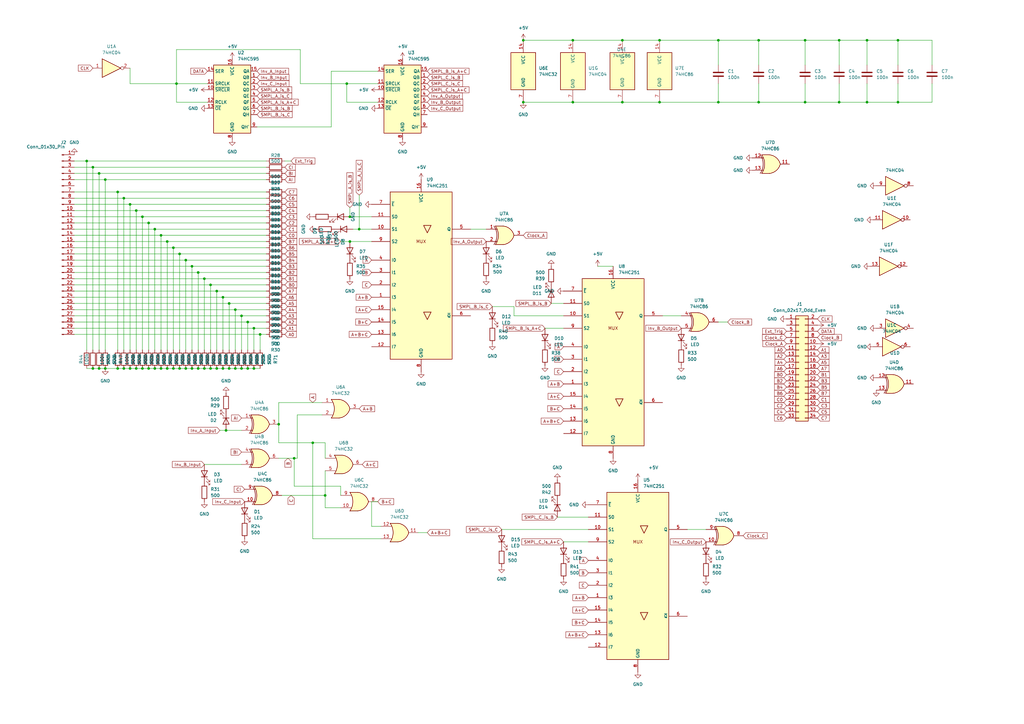
<source format=kicad_sch>
(kicad_sch (version 20231120) (generator "eeschema") (generator_version "8.0")
  (paper "A3")
  (junction (at 43.18 73.66))
  (junction (at 91.44 151.13))
  (junction (at 104.14 134.62))
  (junction (at 66.04 151.13))
  (junction (at 76.2 106.68))
  (junction (at 311.15 41.91))
  (junction (at 81.28 111.76))
  (junction (at 53.34 151.13))
  (junction (at 93.98 124.46))
  (junction (at 91.44 121.92))
  (junction (at 60.96 151.13))
  (junction (at 86.36 151.13))
  (junction (at 368.3 16.51))
  (junction (at 99.06 129.54))
  (junction (at 81.28 151.13))
  (junction (at 270.51 16.51))
  (junction (at 294.64 41.91))
  (junction (at 234.95 41.91))
  (junction (at 234.95 16.51))
  (junction (at 43.18 151.13))
  (junction (at 53.34 83.82))
  (junction (at 63.5 93.98))
  (junction (at 71.12 101.6))
  (junction (at 71.12 151.13))
  (junction (at 83.82 114.3))
  (junction (at 104.14 151.13))
  (junction (at 88.9 119.38))
  (junction (at 143.51 88.9))
  (junction (at 35.56 66.04))
  (junction (at 63.5 151.13))
  (junction (at 58.42 88.9))
  (junction (at 72.39 34.29))
  (junction (at 55.88 151.13))
  (junction (at 214.63 16.51))
  (junction (at 330.2 16.51))
  (junction (at 76.2 151.13))
  (junction (at 255.27 16.51))
  (junction (at 128.27 181.61))
  (junction (at 73.66 151.13))
  (junction (at 92.71 176.53))
  (junction (at 86.36 116.84))
  (junction (at 38.1 68.58))
  (junction (at 344.17 16.51))
  (junction (at 68.58 151.13))
  (junction (at 147.32 93.98))
  (junction (at 88.9 151.13))
  (junction (at 99.06 151.13))
  (junction (at 330.2 41.91))
  (junction (at 50.8 81.28))
  (junction (at 143.51 99.06))
  (junction (at 40.64 71.12))
  (junction (at 50.8 151.13))
  (junction (at 355.6 16.51))
  (junction (at 68.58 99.06))
  (junction (at 73.66 104.14))
  (junction (at 96.52 151.13))
  (junction (at 48.26 78.74))
  (junction (at 311.15 16.51))
  (junction (at 93.98 151.13))
  (junction (at 40.64 151.13))
  (junction (at 78.74 109.22))
  (junction (at 344.17 41.91))
  (junction (at 106.68 137.16))
  (junction (at 66.04 96.52))
  (junction (at 101.6 132.08))
  (junction (at 55.88 86.36))
  (junction (at 83.82 151.13))
  (junction (at 142.24 34.29))
  (junction (at 60.96 91.44))
  (junction (at 294.64 16.51))
  (junction (at 38.1 151.13))
  (junction (at 214.63 41.91))
  (junction (at 78.74 151.13))
  (junction (at 58.42 151.13))
  (junction (at 120.65 187.96))
  (junction (at 101.6 151.13))
  (junction (at 133.35 203.2))
  (junction (at 48.26 151.13))
  (junction (at 96.52 127))
  (junction (at 114.3 173.99))
  (junction (at 270.51 41.91))
  (junction (at 355.6 41.91))
  (junction (at 255.27 41.91))
  (junction (at 368.3 41.91))
  (wire (pts (xy 251.46 109.22) (xy 245.11 109.22)))
  (wire (pts (xy 142.24 34.29) (xy 154.94 34.29)))
  (wire (pts (xy 101.6 151.13) (xy 104.14 151.13)))
  (wire (pts (xy 109.22 106.68) (xy 76.2 106.68)))
  (wire (pts (xy 109.22 132.08) (xy 101.6 132.08)))
  (wire (pts (xy 104.14 151.13) (xy 106.68 151.13)))
  (wire (pts (xy 143.51 85.09) (xy 143.51 88.9)))
  (wire (pts (xy 104.14 134.62) (xy 30.48 134.62)))
  (wire (pts (xy 66.04 96.52) (xy 30.48 96.52)))
  (wire (pts (xy 73.66 104.14) (xy 73.66 143.51)))
  (wire (pts (xy 135.89 52.07) (xy 135.89 29.21)))
  (wire (pts (xy 133.35 203.2) (xy 133.35 193.04)))
  (wire (pts (xy 120.65 187.96) (xy 120.65 199.39)))
  (wire (pts (xy 114.3 173.99) (xy 114.3 165.1)))
  (wire (pts (xy 81.28 151.13) (xy 83.82 151.13)))
  (wire (pts (xy 60.96 151.13) (xy 63.5 151.13)))
  (wire (pts (xy 355.6 34.29) (xy 355.6 41.91)))
  (wire (pts (xy 99.06 129.54) (xy 30.48 129.54)))
  (wire (pts (xy 35.56 66.04) (xy 30.48 66.04)))
  (wire (pts (xy 109.22 66.04) (xy 35.56 66.04)))
  (wire (pts (xy 115.57 203.2) (xy 133.35 203.2)))
  (wire (pts (xy 382.27 16.51) (xy 382.27 26.67)))
  (wire (pts (xy 76.2 151.13) (xy 78.74 151.13)))
  (wire (pts (xy 210.82 129.54) (xy 231.14 129.54)))
  (wire (pts (xy 152.4 215.9) (xy 156.21 215.9)))
  (wire (pts (xy 109.22 109.22) (xy 78.74 109.22)))
  (wire (pts (xy 330.2 16.51) (xy 344.17 16.51)))
  (wire (pts (xy 106.68 137.16) (xy 106.68 143.51)))
  (wire (pts (xy 58.42 151.13) (xy 60.96 151.13)))
  (wire (pts (xy 231.14 222.25) (xy 241.3 222.25)))
  (wire (pts (xy 88.9 119.38) (xy 30.48 119.38)))
  (wire (pts (xy 53.34 83.82) (xy 53.34 143.51)))
  (wire (pts (xy 60.96 91.44) (xy 30.48 91.44)))
  (wire (pts (xy 109.22 137.16) (xy 106.68 137.16)))
  (wire (pts (xy 147.32 80.01) (xy 147.32 93.98)))
  (wire (pts (xy 205.74 217.17) (xy 241.3 217.17)))
  (wire (pts (xy 114.3 181.61) (xy 128.27 181.61)))
  (wire (pts (xy 93.98 124.46) (xy 30.48 124.46)))
  (wire (pts (xy 119.38 66.04) (xy 116.84 66.04)))
  (wire (pts (xy 109.22 124.46) (xy 93.98 124.46)))
  (wire (pts (xy 142.24 34.29) (xy 142.24 41.91)))
  (wire (pts (xy 72.39 20.32) (xy 123.19 20.32)))
  (wire (pts (xy 78.74 109.22) (xy 30.48 109.22)))
  (wire (pts (xy 93.98 124.46) (xy 93.98 143.51)))
  (wire (pts (xy 105.41 52.07) (xy 135.89 52.07)))
  (wire (pts (xy 294.64 16.51) (xy 294.64 26.67)))
  (wire (pts (xy 210.82 125.73) (xy 210.82 129.54)))
  (wire (pts (xy 382.27 34.29) (xy 382.27 41.91)))
  (wire (pts (xy 71.12 151.13) (xy 73.66 151.13)))
  (wire (pts (xy 121.92 187.96) (xy 121.92 170.18)))
  (wire (pts (xy 73.66 151.13) (xy 76.2 151.13)))
  (wire (pts (xy 48.26 151.13) (xy 50.8 151.13)))
  (wire (pts (xy 234.95 41.91) (xy 255.27 41.91)))
  (wire (pts (xy 71.12 101.6) (xy 30.48 101.6)))
  (wire (pts (xy 83.82 190.5) (xy 99.06 190.5)))
  (wire (pts (xy 92.71 176.53) (xy 99.06 176.53)))
  (wire (pts (xy 40.64 71.12) (xy 30.48 71.12)))
  (wire (pts (xy 109.22 91.44) (xy 60.96 91.44)))
  (wire (pts (xy 133.35 203.2) (xy 133.35 208.28)))
  (wire (pts (xy 63.5 151.13) (xy 66.04 151.13)))
  (wire (pts (xy 78.74 151.13) (xy 81.28 151.13)))
  (wire (pts (xy 76.2 106.68) (xy 30.48 106.68)))
  (wire (pts (xy 344.17 41.91) (xy 330.2 41.91)))
  (wire (pts (xy 311.15 16.51) (xy 330.2 16.51)))
  (wire (pts (xy 109.22 127) (xy 96.52 127)))
  (wire (pts (xy 50.8 81.28) (xy 50.8 143.51)))
  (wire (pts (xy 53.34 27.94) (xy 53.34 34.29)))
  (wire (pts (xy 96.52 127) (xy 96.52 143.51)))
  (wire (pts (xy 143.51 88.9) (xy 152.4 88.9)))
  (wire (pts (xy 193.04 93.98) (xy 199.39 93.98)))
  (wire (pts (xy 294.64 41.91) (xy 294.64 34.29)))
  (wire (pts (xy 76.2 106.68) (xy 76.2 143.51)))
  (wire (pts (xy 93.98 151.13) (xy 96.52 151.13)))
  (wire (pts (xy 53.34 151.13) (xy 55.88 151.13)))
  (wire (pts (xy 68.58 99.06) (xy 68.58 143.51)))
  (wire (pts (xy 96.52 151.13) (xy 99.06 151.13)))
  (wire (pts (xy 175.26 218.44) (xy 171.45 218.44)))
  (wire (pts (xy 270.51 41.91) (xy 294.64 41.91)))
  (wire (pts (xy 63.5 93.98) (xy 63.5 143.51)))
  (wire (pts (xy 121.92 170.18) (xy 132.08 170.18)))
  (wire (pts (xy 271.78 129.54) (xy 279.4 129.54)))
  (wire (pts (xy 368.3 16.51) (xy 368.3 26.67)))
  (wire (pts (xy 99.06 129.54) (xy 99.06 143.51)))
  (wire (pts (xy 294.64 41.91) (xy 311.15 41.91)))
  (wire (pts (xy 86.36 151.13) (xy 88.9 151.13)))
  (wire (pts (xy 43.18 73.66) (xy 30.48 73.66)))
  (wire (pts (xy 294.64 132.08) (xy 298.45 132.08)))
  (wire (pts (xy 72.39 34.29) (xy 72.39 41.91)))
  (wire (pts (xy 50.8 81.28) (xy 30.48 81.28)))
  (wire (pts (xy 135.89 29.21) (xy 154.94 29.21)))
  (wire (pts (xy 68.58 151.13) (xy 71.12 151.13)))
  (wire (pts (xy 40.64 151.13) (xy 43.18 151.13)))
  (wire (pts (xy 48.26 78.74) (xy 30.48 78.74)))
  (wire (pts (xy 355.6 41.91) (xy 344.17 41.91)))
  (wire (pts (xy 83.82 114.3) (xy 83.82 143.51)))
  (wire (pts (xy 330.2 41.91) (xy 311.15 41.91)))
  (wire (pts (xy 311.15 16.51) (xy 311.15 26.67)))
  (wire (pts (xy 382.27 41.91) (xy 368.3 41.91)))
  (wire (pts (xy 43.18 151.13) (xy 48.26 151.13)))
  (wire (pts (xy 66.04 151.13) (xy 68.58 151.13)))
  (wire (pts (xy 109.22 93.98) (xy 63.5 93.98)))
  (wire (pts (xy 104.14 134.62) (xy 104.14 143.51)))
  (wire (pts (xy 109.22 129.54) (xy 99.06 129.54)))
  (wire (pts (xy 139.7 199.39) (xy 139.7 203.2)))
  (wire (pts (xy 368.3 34.29) (xy 368.3 41.91)))
  (wire (pts (xy 109.22 86.36) (xy 55.88 86.36)))
  (wire (pts (xy 255.27 41.91) (xy 270.51 41.91)))
  (wire (pts (xy 344.17 16.51) (xy 355.6 16.51)))
  (wire (pts (xy 63.5 93.98) (xy 30.48 93.98)))
  (wire (pts (xy 55.88 86.36) (xy 55.88 143.51)))
  (wire (pts (xy 133.35 181.61) (xy 133.35 187.96)))
  (wire (pts (xy 120.65 199.39) (xy 139.7 199.39)))
  (wire (pts (xy 96.52 127) (xy 30.48 127)))
  (wire (pts (xy 55.88 86.36) (xy 30.48 86.36)))
  (wire (pts (xy 128.27 181.61) (xy 128.27 220.98)))
  (wire (pts (xy 48.26 78.74) (xy 48.26 143.51)))
  (wire (pts (xy 91.44 121.92) (xy 30.48 121.92)))
  (wire (pts (xy 214.63 16.51) (xy 234.95 16.51)))
  (wire (pts (xy 226.06 124.46) (xy 231.14 124.46)))
  (wire (pts (xy 83.82 114.3) (xy 30.48 114.3)))
  (wire (pts (xy 68.58 99.06) (xy 30.48 99.06)))
  (wire (pts (xy 109.22 104.14) (xy 73.66 104.14)))
  (wire (pts (xy 91.44 121.92) (xy 91.44 143.51)))
  (wire (pts (xy 330.2 34.29) (xy 330.2 41.91)))
  (wire (pts (xy 72.39 41.91) (xy 85.09 41.91)))
  (wire (pts (xy 90.17 176.53) (xy 92.71 176.53)))
  (wire (pts (xy 344.17 34.29) (xy 344.17 41.91)))
  (wire (pts (xy 114.3 165.1) (xy 132.08 165.1)))
  (wire (pts (xy 101.6 132.08) (xy 30.48 132.08)))
  (wire (pts (xy 109.22 96.52) (xy 66.04 96.52)))
  (wire (pts (xy 109.22 71.12) (xy 40.64 71.12)))
  (wire (pts (xy 223.52 134.62) (xy 231.14 134.62)))
  (wire (pts (xy 382.27 16.51) (xy 368.3 16.51)))
  (wire (pts (xy 109.22 68.58) (xy 38.1 68.58)))
  (wire (pts (xy 109.22 114.3) (xy 83.82 114.3)))
  (wire (pts (xy 109.22 78.74) (xy 48.26 78.74)))
  (wire (pts (xy 114.3 187.96) (xy 120.65 187.96)))
  (wire (pts (xy 40.64 71.12) (xy 40.64 143.51)))
  (wire (pts (xy 88.9 119.38) (xy 88.9 143.51)))
  (wire (pts (xy 72.39 34.29) (xy 72.39 20.32)))
  (wire (pts (xy 109.22 134.62) (xy 104.14 134.62)))
  (wire (pts (xy 86.36 116.84) (xy 30.48 116.84)))
  (wire (pts (xy 109.22 121.92) (xy 91.44 121.92)))
  (wire (pts (xy 109.22 99.06) (xy 68.58 99.06)))
  (wire (pts (xy 109.22 101.6) (xy 71.12 101.6)))
  (wire (pts (xy 73.66 104.14) (xy 30.48 104.14)))
  (wire (pts (xy 81.28 111.76) (xy 81.28 143.51)))
  (wire (pts (xy 128.27 220.98) (xy 156.21 220.98)))
  (wire (pts (xy 368.3 41.91) (xy 355.6 41.91)))
  (wire (pts (xy 147.32 93.98) (xy 152.4 93.98)))
  (wire (pts (xy 88.9 151.13) (xy 91.44 151.13)))
  (wire (pts (xy 234.95 16.51) (xy 255.27 16.51)))
  (wire (pts (xy 72.39 34.29) (xy 85.09 34.29)))
  (wire (pts (xy 123.19 34.29) (xy 142.24 34.29)))
  (wire (pts (xy 214.63 41.91) (xy 234.95 41.91)))
  (wire (pts (xy 330.2 16.51) (xy 330.2 26.67)))
  (wire (pts (xy 91.44 151.13) (xy 93.98 151.13)))
  (wire (pts (xy 55.88 151.13) (xy 58.42 151.13)))
  (wire (pts (xy 81.28 111.76) (xy 30.48 111.76)))
  (wire (pts (xy 120.65 187.96) (xy 121.92 187.96)))
  (wire (pts (xy 38.1 151.13) (xy 40.64 151.13)))
  (wire (pts (xy 109.22 119.38) (xy 88.9 119.38)))
  (wire (pts (xy 38.1 68.58) (xy 30.48 68.58)))
  (wire (pts (xy 66.04 96.52) (xy 66.04 143.51)))
  (wire (pts (xy 53.34 83.82) (xy 30.48 83.82)))
  (wire (pts (xy 128.27 181.61) (xy 133.35 181.61)))
  (wire (pts (xy 50.8 151.13) (xy 53.34 151.13)))
  (wire (pts (xy 60.96 91.44) (xy 60.96 143.51)))
  (wire (pts (xy 38.1 68.58) (xy 38.1 143.51)))
  (wire (pts (xy 71.12 101.6) (xy 71.12 143.51)))
  (wire (pts (xy 154.94 205.74) (xy 152.4 205.74)))
  (wire (pts (xy 109.22 116.84) (xy 86.36 116.84)))
  (wire (pts (xy 294.64 16.51) (xy 311.15 16.51)))
  (wire (pts (xy 281.94 217.17) (xy 289.56 217.17)))
  (wire (pts (xy 35.56 66.04) (xy 35.56 143.51)))
  (wire (pts (xy 109.22 73.66) (xy 43.18 73.66)))
  (wire (pts (xy 101.6 132.08) (xy 101.6 143.51)))
  (wire (pts (xy 123.19 20.32) (xy 123.19 34.29)))
  (wire (pts (xy 109.22 111.76) (xy 81.28 111.76)))
  (wire (pts (xy 201.93 125.73) (xy 210.82 125.73)))
  (wire (pts (xy 133.35 208.28) (xy 139.7 208.28)))
  (wire (pts (xy 109.22 81.28) (xy 50.8 81.28)))
  (wire (pts (xy 355.6 16.51) (xy 368.3 16.51)))
  (wire (pts (xy 109.22 88.9) (xy 58.42 88.9)))
  (wire (pts (xy 83.82 151.13) (xy 86.36 151.13)))
  (wire (pts (xy 78.74 109.22) (xy 78.74 143.51)))
  (wire (pts (xy 311.15 34.29) (xy 311.15 41.91)))
  (wire (pts (xy 58.42 88.9) (xy 58.42 143.51)))
  (wire (pts (xy 86.36 116.84) (xy 86.36 143.51)))
  (wire (pts (xy 270.51 16.51) (xy 294.64 16.51)))
  (wire (pts (xy 152.4 205.74) (xy 152.4 215.9)))
  (wire (pts (xy 143.51 99.06) (xy 152.4 99.06)))
  (wire (pts (xy 255.27 16.51) (xy 270.51 16.51)))
  (wire (pts (xy 53.34 34.29) (xy 72.39 34.29)))
  (wire (pts (xy 99.06 151.13) (xy 101.6 151.13)))
  (wire (pts (xy 109.22 83.82) (xy 53.34 83.82)))
  (wire (pts (xy 142.24 41.91) (xy 154.94 41.91)))
  (wire (pts (xy 355.6 16.51) (xy 355.6 26.67)))
  (wire (pts (xy 344.17 16.51) (xy 344.17 26.67)))
  (wire (pts (xy 114.3 173.99) (xy 114.3 181.61)))
  (wire (pts (xy 43.18 73.66) (xy 43.18 143.51)))
  (wire (pts (xy 144.78 93.98) (xy 147.32 93.98)))
  (wire (pts (xy 35.56 151.13) (xy 38.1 151.13)))
  (wire (pts (xy 139.7 99.06) (xy 143.51 99.06)))
  (wire (pts (xy 58.42 88.9) (xy 30.48 88.9)))
  (wire (pts (xy 228.6 212.09) (xy 241.3 212.09)))
  (wire (pts (xy 106.68 137.16) (xy 30.48 137.16)))
  (global_label "C4" (shape input) (at 322.58 168.91 180) (property "Intersheetrefs" "${INTERSHEET_REFS}" (effects (hide yes))))
  (global_label "A+B" (shape input) (at 152.4 121.92 180) (property "Intersheetrefs" "${INTERSHEET_REFS}" (effects (hide yes))))
  (global_label "B2" (shape input) (at 322.58 156.21 180) (property "Intersheetrefs" "${INTERSHEET_REFS}" (effects (hide yes))))
  (global_label "A" (shape input) (at 241.3 229.87 180) (property "Intersheetrefs" "${INTERSHEET_REFS}" (effects (hide yes))))
  (global_label "C" (shape input) (at 241.3 240.03 180) (property "Intersheetrefs" "${INTERSHEET_REFS}" (effects (hide yes))))
  (global_label "A1" (shape input) (at 335.28 143.51 0) (property "Intersheetrefs" "${INTERSHEET_REFS}" (effects (hide yes))))
  (global_label "Ext_Trig" (shape input) (at 322.58 135.89 180) (property "Intersheetrefs" "${INTERSHEET_REFS}" (effects (hide yes))))
  (global_label "SMPL_B_is_A+C" (shape input) (at 175.26 29.21 0) (property "Intersheetrefs" "${INTERSHEET_REFS}" (effects (hide yes))))
  (global_label "SMPL_C_is_C" (shape input) (at 175.26 34.29 0) (property "Intersheetrefs" "${INTERSHEET_REFS}" (effects (hide yes))))
  (global_label "B+C" (shape input) (at 152.4 132.08 180) (property "Intersheetrefs" "${INTERSHEET_REFS}" (effects (hide yes))))
  (global_label "Inv_B_Input" (shape input) (at 83.82 190.5 180) (property "Intersheetrefs" "${INTERSHEET_REFS}" (effects (hide yes))))
  (global_label "C7" (shape input) (at 335.28 171.45 0) (property "Intersheetrefs" "${INTERSHEET_REFS}" (effects (hide yes))))
  (global_label "SMPL_A_is_C" (shape input) (at 105.41 39.37 0) (property "Intersheetrefs" "${INTERSHEET_REFS}" (effects (hide yes))))
  (global_label "A" (shape input) (at 231.14 142.24 180) (property "Intersheetrefs" "${INTERSHEET_REFS}" (effects (hide yes))))
  (global_label "C2" (shape input) (at 116.84 91.44 0) (property "Intersheetrefs" "${INTERSHEET_REFS}" (effects (hide yes))))
  (global_label "B6" (shape input) (at 116.84 101.6 0) (property "Intersheetrefs" "${INTERSHEET_REFS}" (effects (hide yes))))
  (global_label "C7" (shape input) (at 116.84 78.74 0) (property "Intersheetrefs" "${INTERSHEET_REFS}" (effects (hide yes))))
  (global_label "A5" (shape input) (at 116.84 124.46 0) (property "Intersheetrefs" "${INTERSHEET_REFS}" (effects (hide yes))))
  (global_label "Inv_C_Output" (shape input) (at 289.56 222.25 180) (property "Intersheetrefs" "${INTERSHEET_REFS}" (effects (hide yes))))
  (global_label "A3" (shape input) (at 116.84 129.54 0) (property "Intersheetrefs" "${INTERSHEET_REFS}" (effects (hide yes))))
  (global_label "SMPL_C_is_B" (shape input) (at 228.6 212.09 180) (property "Intersheetrefs" "${INTERSHEET_REFS}" (effects (hide yes))))
  (global_label "C0" (shape input) (at 116.84 96.52 0) (property "Intersheetrefs" "${INTERSHEET_REFS}" (effects (hide yes))))
  (global_label "B2" (shape input) (at 116.84 111.76 0) (property "Intersheetrefs" "${INTERSHEET_REFS}" (effects (hide yes))))
  (global_label "A7" (shape input) (at 116.84 119.38 0) (property "Intersheetrefs" "${INTERSHEET_REFS}" (effects (hide yes))))
  (global_label "A6" (shape input) (at 322.58 151.13 180) (property "Intersheetrefs" "${INTERSHEET_REFS}" (effects (hide yes))))
  (global_label "A0" (shape input) (at 322.58 143.51 180) (property "Intersheetrefs" "${INTERSHEET_REFS}" (effects (hide yes))))
  (global_label "C" (shape input) (at 152.4 116.84 180) (property "Intersheetrefs" "${INTERSHEET_REFS}" (effects (hide yes))))
  (global_label "Clock_B" (shape input) (at 298.45 132.08 0) (property "Intersheetrefs" "${INTERSHEET_REFS}" (effects (hide yes))))
  (global_label "Clock_A" (shape input) (at 322.58 140.97 180) (property "Intersheetrefs" "${INTERSHEET_REFS}" (effects (hide yes))))
  (global_label "Clock_B" (shape input) (at 335.28 138.43 0) (property "Intersheetrefs" "${INTERSHEET_REFS}" (effects (hide yes))))
  (global_label "BI" (shape input) (at 99.06 185.42 180) (property "Intersheetrefs" "${INTERSHEET_REFS}" (effects (hide yes))))
  (global_label "SMPL_C_is_C" (shape input) (at 205.74 217.17 180) (property "Intersheetrefs" "${INTERSHEET_REFS}" (effects (hide yes))))
  (global_label "C4" (shape input) (at 116.84 86.36 0) (property "Intersheetrefs" "${INTERSHEET_REFS}" (effects (hide yes))))
  (global_label "A+B+C" (shape input) (at 241.3 260.35 180) (property "Intersheetrefs" "${INTERSHEET_REFS}" (effects (hide yes))))
  (global_label "CLK" (shape input) (at 335.28 130.81 0) (property "Intersheetrefs" "${INTERSHEET_REFS}" (effects (hide yes))))
  (global_label "A1" (shape input) (at 116.84 134.62 0) (property "Intersheetrefs" "${INTERSHEET_REFS}" (effects (hide yes))))
  (global_label "A+B+C" (shape input) (at 175.26 218.44 0) (property "Intersheetrefs" "${INTERSHEET_REFS}" (effects (hide yes))))
  (global_label "B0" (shape input) (at 322.58 153.67 180) (property "Intersheetrefs" "${INTERSHEET_REFS}" (effects (hide yes))))
  (global_label "SMPL_B_is_B" (shape input) (at 226.06 124.46 180) (property "Intersheetrefs" "${INTERSHEET_REFS}" (effects (hide yes))))
  (global_label "A5" (shape input) (at 335.28 148.59 0) (property "Intersheetrefs" "${INTERSHEET_REFS}" (effects (hide yes))))
  (global_label "Inv_A_Input" (shape input) (at 90.17 176.53 180) (property "Intersheetrefs" "${INTERSHEET_REFS}" (effects (hide yes))))
  (global_label "SMPL_A_is_A+C" (shape input) (at 105.41 41.91 0) (property "Intersheetrefs" "${INTERSHEET_REFS}" (effects (hide yes))))
  (global_label "C" (shape input) (at 231.14 152.4 180) (property "Intersheetrefs" "${INTERSHEET_REFS}" (effects (hide yes))))
  (global_label "C2" (shape input) (at 322.58 166.37 180) (property "Intersheetrefs" "${INTERSHEET_REFS}" (effects (hide yes))))
  (global_label "B4" (shape input) (at 116.84 106.68 0) (property "Intersheetrefs" "${INTERSHEET_REFS}" (effects (hide yes))))
  (global_label "A" (shape input) (at 152.4 106.68 180) (property "Intersheetrefs" "${INTERSHEET_REFS}" (effects (hide yes))))
  (global_label "SMPL_A_is_A+C" (shape input) (at 139.7 99.06 180) (property "Intersheetrefs" "${INTERSHEET_REFS}" (effects (hide yes))))
  (global_label "Inv_A_Input" (shape input) (at 105.41 29.21 0) (property "Intersheetrefs" "${INTERSHEET_REFS}" (effects (hide yes))))
  (global_label "DATA" (shape input) (at 335.28 135.89 0) (property "Intersheetrefs" "${INTERSHEET_REFS}" (effects (hide yes))))
  (global_label "A4" (shape input) (at 116.84 127 0) (property "Intersheetrefs" "${INTERSHEET_REFS}" (effects (hide yes))))
  (global_label "B3" (shape input) (at 335.28 156.21 0) (property "Intersheetrefs" "${INTERSHEET_REFS}" (effects (hide yes))))
  (global_label "A+B+C" (shape input) (at 152.4 137.16 180) (property "Intersheetrefs" "${INTERSHEET_REFS}" (effects (hide yes))))
  (global_label "SMPL_A_is_B" (shape input) (at 143.51 85.09 90) (property "Intersheetrefs" "${INTERSHEET_REFS}" (effects (hide yes))))
  (global_label "A+C" (shape input) (at 231.14 162.56 180) (property "Intersheetrefs" "${INTERSHEET_REFS}" (effects (hide yes))))
  (global_label "B" (shape input) (at 231.14 147.32 180) (property "Intersheetrefs" "${INTERSHEET_REFS}" (effects (hide yes))))
  (global_label "A+B" (shape input) (at 147.32 167.64 0) (property "Intersheetrefs" "${INTERSHEET_REFS}" (effects (hide yes))))
  (global_label "A7" (shape input) (at 335.28 151.13 0) (property "Intersheetrefs" "${INTERSHEET_REFS}" (effects (hide yes))))
  (global_label "C0" (shape input) (at 322.58 163.83 180) (property "Intersheetrefs" "${INTERSHEET_REFS}" (effects (hide yes))))
  (global_label "C6" (shape input) (at 116.84 81.28 0) (property "Intersheetrefs" "${INTERSHEET_REFS}" (effects (hide yes))))
  (global_label "SMPL_C_is_A+C" (shape input) (at 175.26 36.83 0) (property "Intersheetrefs" "${INTERSHEET_REFS}" (effects (hide yes))))
  (global_label "Inv_B_Output" (shape input) (at 279.4 134.62 180) (property "Intersheetrefs" "${INTERSHEET_REFS}" (effects (hide yes))))
  (global_label "Inv_B_Output" (shape input) (at 175.26 41.91 0) (property "Intersheetrefs" "${INTERSHEET_REFS}" (effects (hide yes))))
  (global_label "B+C" (shape input) (at 154.94 205.74 0) (property "Intersheetrefs" "${INTERSHEET_REFS}" (effects (hide yes))))
  (global_label "C3" (shape input) (at 116.84 88.9 0) (property "Intersheetrefs" "${INTERSHEET_REFS}" (effects (hide yes))))
  (global_label "Inv_A_Output" (shape input) (at 175.26 39.37 0) (property "Intersheetrefs" "${INTERSHEET_REFS}" (effects (hide yes))))
  (global_label "A+B" (shape input) (at 241.3 245.11 180) (property "Intersheetrefs" "${INTERSHEET_REFS}" (effects (hide yes))))
  (global_label "A+C" (shape input) (at 241.3 250.19 180) (property "Intersheetrefs" "${INTERSHEET_REFS}" (effects (hide yes))))
  (global_label "B" (shape input) (at 241.3 234.95 180) (property "Intersheetrefs" "${INTERSHEET_REFS}" (effects (hide yes))))
  (global_label "C3" (shape input) (at 335.28 166.37 0) (property "Intersheetrefs" "${INTERSHEET_REFS}" (effects (hide yes))))
  (global_label "B+C" (shape input) (at 241.3 255.27 180) (property "Intersheetrefs" "${INTERSHEET_REFS}" (effects (hide yes))))
  (global_label "Inv_B_Input" (shape input) (at 105.41 31.75 0) (property "Intersheetrefs" "${INTERSHEET_REFS}" (effects (hide yes))))
  (global_label "SMPL_B_is_C" (shape input) (at 201.93 125.73 180) (property "Intersheetrefs" "${INTERSHEET_REFS}" (effects (hide yes))))
  (global_label "B7" (shape input) (at 116.84 99.06 0) (property "Intersheetrefs" "${INTERSHEET_REFS}" (effects (hide yes))))
  (global_label "Clock_C" (shape input) (at 304.8 219.71 0) (property "Intersheetrefs" "${INTERSHEET_REFS}" (effects (hide yes))))
  (global_label "A+C" (shape input) (at 152.4 127 180) (property "Intersheetrefs" "${INTERSHEET_REFS}" (effects (hide yes))))
  (global_label "SMPL_A_is_B" (shape input) (at 105.41 36.83 0) (property "Intersheetrefs" "${INTERSHEET_REFS}" (effects (hide yes))))
  (global_label "CLK" (shape input) (at 38.1 27.94 180) (property "Intersheetrefs" "${INTERSHEET_REFS}" (effects (hide yes))))
  (global_label "A+B+C" (shape input) (at 231.14 172.72 180) (property "Intersheetrefs" "${INTERSHEET_REFS}" (effects (hide yes))))
  (global_label "Inv_A_Output" (shape input) (at 199.39 99.06 180) (property "Intersheetrefs" "${INTERSHEET_REFS}" (effects (hide yes))))
  (global_label "SMPL_B_is_A+C" (shape input) (at 223.52 134.62 180) (property "Intersheetrefs" "${INTERSHEET_REFS}" (effects (hide yes))))
  (global_label "C5" (shape input) (at 116.84 83.82 0) (property "Intersheetrefs" "${INTERSHEET_REFS}" (effects (hide yes))))
  (global_label "Inv_C_Input" (shape input) (at 100.33 205.74 180) (property "Intersheetrefs" "${INTERSHEET_REFS}" (effects (hide yes))))
  (global_label "B5" (shape input) (at 335.28 158.75 0) (property "Intersheetrefs" "${INTERSHEET_REFS}" (effects (hide yes))))
  (global_label "B7" (shape input) (at 335.28 161.29 0) (property "Intersheetrefs" "${INTERSHEET_REFS}" (effects (hide yes))))
  (global_label "C" (shape input) (at 119.38 203.2 270) (property "Intersheetrefs" "${INTERSHEET_REFS}" (effects (hide yes))))
  (global_label "DATA" (shape input) (at 85.09 29.21 180) (property "Intersheetrefs" "${INTERSHEET_REFS}" (effects (hide yes))))
  (global_label "A4" (shape input) (at 322.58 148.59 180) (property "Intersheetrefs" "${INTERSHEET_REFS}" (effects (hide yes))))
  (global_label "CI" (shape input) (at 100.33 200.66 180) (property "Intersheetrefs" "${INTERSHEET_REFS}" (effects (hide yes))))
  (global_label "SMPL_A_is_C" (shape input) (at 147.32 80.01 90) (property "Intersheetrefs" "${INTERSHEET_REFS}" (effects (hide yes))))
  (global_label "C5" (shape input) (at 335.28 168.91 0) (property "Intersheetrefs" "${INTERSHEET_REFS}" (effects (hide yes))))
  (global_label "B" (shape input) (at 118.11 187.96 270) (property "Intersheetrefs" "${INTERSHEET_REFS}" (effects (hide yes))))
  (global_label "SMPL_B_is_B" (shape input) (at 105.41 44.45 0) (property "Intersheetrefs" "${INTERSHEET_REFS}" (effects (hide yes))))
  (global_label "B0" (shape input) (at 116.84 116.84 0) (property "Intersheetrefs" "${INTERSHEET_REFS}" (effects (hide yes))))
  (global_label "AI" (shape input) (at 116.84 73.66 0) (property "Intersheetrefs" "${INTERSHEET_REFS}" (effects (hide yes))))
  (global_label "C6" (shape input) (at 322.58 171.45 180) (property "Intersheetrefs" "${INTERSHEET_REFS}" (effects (hide yes))))
  (global_label "Clock_C" (shape input) (at 322.58 138.43 180) (property "Intersheetrefs" "${INTERSHEET_REFS}" (effects (hide yes))))
  (global_label "B3" (shape input) (at 116.84 109.22 0) (property "Intersheetrefs" "${INTERSHEET_REFS}" (effects (hide yes))))
  (global_label "A+B" (shape input) (at 231.14 157.48 180) (property "Intersheetrefs" "${INTERSHEET_REFS}" (effects (hide yes))))
  (global_label "A2" (shape input) (at 322.58 146.05 180) (property "Intersheetrefs" "${INTERSHEET_REFS}" (effects (hide yes))))
  (global_label "Ext_Trig" (shape input) (at 119.38 66.04 0) (property "Intersheetrefs" "${INTERSHEET_REFS}" (effects (hide yes))))
  (global_label "B1" (shape input) (at 335.28 153.67 0) (property "Intersheetrefs" "${INTERSHEET_REFS}" (effects (hide yes))))
  (global_label "A3" (shape input) (at 335.28 146.05 0) (property "Intersheetrefs" "${INTERSHEET_REFS}" (effects (hide yes))))
  (global_label "B" (shape input) (at 152.4 111.76 180) (property "Intersheetrefs" "${INTERSHEET_REFS}" (effects (hide yes))))
  (global_label "A2" (shape input) (at 116.84 132.08 0) (property "Intersheetrefs" "${INTERSHEET_REFS}" (effects (hide yes))))
  (global_label "Inv_C_Output" (shape input) (at 175.26 44.45 0) (property "Intersheetrefs" "${INTERSHEET_REFS}" (effects (hide yes))))
  (global_label "A" (shape input) (at 128.27 165.1 90) (property "Intersheetrefs" "${INTERSHEET_REFS}" (effects (hide yes))))
  (global_label "A0" (shape input) (at 116.84 137.16 0) (property "Intersheetrefs" "${INTERSHEET_REFS}" (effects (hide yes))))
  (global_label "C1" (shape input) (at 335.28 163.83 0) (property "Intersheetrefs" "${INTERSHEET_REFS}" (effects (hide yes))))
  (global_label "SMPL_B_is_C" (shape input) (at 105.41 46.99 0) (property "Intersheetrefs" "${INTERSHEET_REFS}" (effects (hide yes))))
  (global_label "B6" (shape input) (at 322.58 161.29 180) (property "Intersheetrefs" "${INTERSHEET_REFS}" (effects (hide yes))))
  (global_label "B5" (shape input) (at 116.84 104.14 0) (property "Intersheetrefs" "${INTERSHEET_REFS}" (effects (hide yes))))
  (global_label "B+C" (shape input) (at 231.14 167.64 180) (property "Intersheetrefs" "${INTERSHEET_REFS}" (effects (hide yes))))
  (global_label "AI" (shape input) (at 99.06 171.45 180) (property "Intersheetrefs" "${INTERSHEET_REFS}" (effects (hide yes))))
  (global_label "A6" (shape input) (at 116.84 121.92 0) (property "Intersheetrefs" "${INTERSHEET_REFS}" (effects (hide yes))))
  (global_label "Clock_A" (shape input) (at 214.63 96.52 0) (property "Intersheetrefs" "${INTERSHEET_REFS}" (effects (hide yes))))
  (global_label "Inv_C_Input" (shape input) (at 105.41 34.29 0) (property "Intersheetrefs" "${INTERSHEET_REFS}" (effects (hide yes))))
  (global_label "B1" (shape input) (at 116.84 114.3 0) (property "Intersheetrefs" "${INTERSHEET_REFS}" (effects (hide yes))))
  (global_label "B4" (shape input) (at 322.58 158.75 180) (property "Intersheetrefs" "${INTERSHEET_REFS}" (effects (hide yes))))
  (global_label "SMPL_C_is_B" (shape input) (at 175.26 31.75 0) (property "Intersheetrefs" "${INTERSHEET_REFS}" (effects (hide yes))))
  (global_label "CI" (shape input) (at 116.84 68.58 0) (property "Intersheetrefs" "${INTERSHEET_REFS}" (effects (hide yes))))
  (global_label "SMPL_C_is_A+C" (shape input) (at 231.14 222.25 180) (property "Intersheetrefs" "${INTERSHEET_REFS}" (effects (hide yes))))
  (global_label "C1" (shape input) (at 116.84 93.98 0) (property "Intersheetrefs" "${INTERSHEET_REFS}" (effects (hide yes))))
  (global_label "BI" (shape input) (at 116.84 71.12 0) (property "Intersheetrefs" "${INTERSHEET_REFS}" (effects (hide yes))))
  (global_label "A+C" (shape input) (at 148.59 190.5 0) (property "Intersheetrefs" "${INTERSHEET_REFS}" (effects (hide yes))))
  (symbol (lib_id "power:GND") (at 205.74 232.41 0) (unit 1)
    (property "Reference" "#PWR047" (effects (hide yes)))
    (property "Value" "GND" (at 205.74 237.49 0))
    (property "Description" "Power symbol creates a global label with name \"GND\" , ground" (effects (hide yes)))
  )
  (symbol (lib_id "74xx_IEEE:74251") (at 172.72 111.76 0) (unit 1)
    (property "Reference" "U9" (at 174.9141 73.66 0) (effects (justify left)))
    (property "Value" "74HC251" (at 174.9141 76.2 0) (effects (justify left)))
    (property "Footprint" "Package_SO:SOIC-16_3.9x9.9mm_P1.27mm" (effects (hide yes)))
  )
  (symbol (lib_id "74xx:74LS32") (at 163.83 218.44 0) (unit 4)
    (property "Reference" "U6" (at 163.83 209.55 0))
    (property "Value" "74HC32" (at 163.83 212.09 0))
    (property "Footprint" "Package_SO:SOIC-14_3.9x8.7mm_P1.27mm" (effects (hide yes)))
    (property "Datasheet" "http://www.ti.com/lit/gpn/sn74LS32" (effects (hide yes)))
    (property "Description" "Quad 2-input OR" (effects (hide yes)))
  )
  (symbol (lib_id "Device:R") (at 113.03 114.3 90) (mirror x) (unit 1)
    (property "Reference" "R9" (at 113.03 120.65 90))
    (property "Value" "500" (at 113.03 118.11 90))
    (property "Footprint" "Resistor_SMD:R_0603_1608Metric" (effects (hide yes)))
    (property "Description" "Resistor" (effects (hide yes)))
  )
  (symbol (lib_id "power:GND") (at 231.14 119.38 270) (unit 1)
    (property "Reference" "#PWR011" (effects (hide yes)))
    (property "Value" "GND" (at 227.33 119.3799 90) (effects (justify right)))
    (property "Description" "Power symbol creates a global label with name \"GND\" , ground" (effects (hide yes)))
  )
  (symbol (lib_id "Device:R") (at 106.68 147.32 0) (mirror x) (unit 1)
    (property "Reference" "R71" (at 113.03 147.32 90))
    (property "Value" "100k" (at 110.49 147.32 90))
    (property "Footprint" "Resistor_SMD:R_0603_1608Metric" (effects (hide yes)))
    (property "Description" "Resistor" (effects (hide yes)))
  )
  (symbol (lib_id "74xx:74HC86") (at 270.51 29.21 0) (unit 5)
    (property "Reference" "U7" (at 276.86 27.9399 0) (effects (justify left)))
    (property "Value" "74HC86" (at 276.86 30.4799 0) (effects (justify left)))
    (property "Footprint" "Package_SO:SOIC-14_3.9x8.7mm_P1.27mm" (effects (hide yes)))
    (property "Datasheet" "http://www.ti.com/lit/gpn/sn74HC86" (effects (hide yes)))
    (property "Description" "Quad 2-input XOR" (effects (hide yes)))
  )
  (symbol (lib_id "power:GND") (at 129.54 93.98 270) (unit 1)
    (property "Reference" "#PWR040" (effects (hide yes)))
    (property "Value" "GND" (at 124.46 93.98 0))
    (property "Description" "Power symbol creates a global label with name \"GND\" , ground" (effects (hide yes)))
  )
  (symbol (lib_id "Device:R") (at 113.03 119.38 90) (mirror x) (unit 1)
    (property "Reference" "R7" (at 113.03 125.73 90))
    (property "Value" "500" (at 113.03 123.19 90))
    (property "Footprint" "Resistor_SMD:R_0603_1608Metric" (effects (hide yes)))
    (property "Description" "Resistor" (effects (hide yes)))
  )
  (symbol (lib_id "Device:R") (at 113.03 86.36 90) (mirror x) (unit 1)
    (property "Reference" "R20" (at 113.03 92.71 90))
    (property "Value" "500" (at 113.03 90.17 90))
    (property "Footprint" "Resistor_SMD:R_0603_1608Metric" (effects (hide yes)))
    (property "Description" "Resistor" (effects (hide yes)))
  )
  (symbol (lib_id "power:+5V") (at 335.28 133.35 270) (unit 1)
    (property "Reference" "#PWR033" (effects (hide yes)))
    (property "Value" "+5V" (at 339.09 133.3499 90) (effects (justify left)))
    (property "Description" "Power symbol creates a global label with name \"+5V\"" (effects (hide yes)))
  )
  (symbol (lib_id "Device:R") (at 50.8 147.32 0) (mirror x) (unit 1)
    (property "Reference" "R49" (at 57.15 147.32 90))
    (property "Value" "100k" (at 54.61 147.32 90))
    (property "Footprint" "Resistor_SMD:R_0603_1608Metric" (effects (hide yes)))
    (property "Description" "Resistor" (effects (hide yes)))
  )
  (symbol (lib_id "Device:R") (at 55.88 147.32 0) (mirror x) (unit 1)
    (property "Reference" "R51" (at 62.23 147.32 90))
    (property "Value" "100k" (at 59.69 147.32 90))
    (property "Footprint" "Resistor_SMD:R_0603_1608Metric" (effects (hide yes)))
    (property "Description" "Resistor" (effects (hide yes)))
  )
  (symbol (lib_id "power:GND") (at 289.56 237.49 0) (unit 1)
    (property "Reference" "#PWR036" (effects (hide yes)))
    (property "Value" "GND" (at 289.56 242.57 0))
    (property "Description" "Power symbol creates a global label with name \"GND\" , ground" (effects (hide yes)))
  )
  (symbol (lib_id "74xx_IEEE:74251") (at 251.46 147.32 0) (unit 1)
    (property "Reference" "U8" (at 253.6541 109.22 0) (effects (justify left)))
    (property "Value" "74HC251" (at 253.6541 111.76 0) (effects (justify left)))
    (property "Footprint" "Package_SO:SOIC-16_3.9x9.9mm_P1.27mm" (effects (hide yes)))
  )
  (symbol (lib_id "Device:R") (at 86.36 147.32 0) (mirror x) (unit 1)
    (property "Reference" "R63" (at 92.71 147.32 90))
    (property "Value" "100k" (at 90.17 147.32 90))
    (property "Footprint" "Resistor_SMD:R_0603_1608Metric" (effects (hide yes)))
    (property "Description" "Resistor" (effects (hide yes)))
  )
  (symbol (lib_id "74xx:74HC595") (at 95.25 39.37 0) (unit 1)
    (property "Reference" "U2" (at 97.4441 21.59 0) (effects (justify left)))
    (property "Value" "74HC595" (at 97.4441 24.13 0) (effects (justify left)))
    (property "Footprint" "Package_SO:SOIC-16_3.9x9.9mm_P1.27mm" (effects (hide yes)))
    (property "Datasheet" "http://www.ti.com/lit/ds/symlink/sn74hc595.pdf" (effects (hide yes)))
    (property "Description" "8-bit serial in/out Shift Register 3-State Outputs" (effects (hide yes)))
  )
  (symbol (lib_id "Device:R") (at 199.39 110.49 180) (unit 1)
    (property "Reference" "R34" (at 201.93 109.2199 0) (effects (justify right)))
    (property "Value" "500" (at 202.184 111.506 0) (effects (justify right)))
    (property "Footprint" "Resistor_SMD:R_0603_1608Metric" (effects (hide yes)))
    (property "Description" "Resistor" (effects (hide yes)))
  )
  (symbol (lib_id "power:GND") (at 152.4 83.82 270) (unit 1)
    (property "Reference" "#PWR010" (effects (hide yes)))
    (property "Value" "GND" (at 148.59 83.8199 90) (effects (justify right)))
    (property "Description" "Power symbol creates a global label with name \"GND\" , ground" (effects (hide yes)))
  )
  (symbol (lib_id "74xx:74HC04") (at 365.76 90.17 0) (unit 5)
    (property "Reference" "U1" (at 365.76 81.28 0))
    (property "Value" "74HC04" (at 365.76 83.82 0))
    (property "Footprint" "Package_SO:SOIC-14_3.9x8.7mm_P1.27mm" (effects (hide yes)))
    (property "Datasheet" "https://assets.nexperia.com/documents/data-sheet/74HC_HCT04.pdf" (effects (hide yes)))
    (property "Description" "Hex Inverter" (effects (hide yes)))
  )
  (symbol (lib_id "Device:R") (at 113.03 109.22 90) (mirror x) (unit 1)
    (property "Reference" "R11" (at 113.03 115.57 90))
    (property "Value" "500" (at 113.03 113.03 90))
    (property "Footprint" "Resistor_SMD:R_0603_1608Metric" (effects (hide yes)))
    (property "Description" "Resistor" (effects (hide yes)))
  )
  (symbol (lib_id "Device:R") (at 113.03 68.58 90) (mirror x) (unit 1)
    (property "Reference" "R27" (at 113.03 74.93 90))
    (property "Value" "500" (at 113.03 72.39 90))
    (property "Footprint" "Resistor_SMD:R_0603_1608Metric" (effects (hide yes)))
    (property "Description" "Resistor" (effects (hide yes)))
  )
  (symbol (lib_id "74xx:74HC86") (at 297.18 219.71 0) (unit 3)
    (property "Reference" "U7" (at 296.8752 210.82 0))
    (property "Value" "74HC86" (at 296.8752 213.36 0))
    (property "Footprint" "Package_SO:SOIC-14_3.9x8.7mm_P1.27mm" (effects (hide yes)))
    (property "Datasheet" "http://www.ti.com/lit/gpn/sn74HC86" (effects (hide yes)))
    (property "Description" "Quad 2-input XOR" (effects (hide yes)))
  )
  (symbol (lib_id "Device:R") (at 228.6 200.66 0) (unit 1)
    (property "Reference" "R42" (at 226.06 201.9301 0) (effects (justify right)))
    (property "Value" "500" (at 226.06 199.3901 0) (effects (justify right)))
    (property "Footprint" "Resistor_SMD:R_0603_1608Metric" (effects (hide yes)))
    (property "Description" "Resistor" (effects (hide yes)))
  )
  (symbol (lib_id "Device:LED") (at 140.97 93.98 0) (unit 1)
    (property "Reference" "D8" (at 140.6526 97.79 90) (effects (justify right)))
    (property "Value" "LED" (at 138.1126 97.79 90) (effects (justify right)))
    (property "Footprint" "LED_SMD:LED_0603_1608Metric" (effects (hide yes)))
    (property "Description" "Light emitting diode" (effects (hide yes)))
  )
  (symbol (lib_id "power:+5V") (at 172.72 73.66 0) (unit 1)
    (property "Reference" "#PWR08" (effects (hide yes)))
    (property "Value" "+5V" (at 172.72 68.58 0))
    (property "Description" "Power symbol creates a global label with name \"+5V\"" (effects (hide yes)))
  )
  (symbol (lib_id "74xx:74HC04") (at 365.76 142.24 0) (unit 3)
    (property "Reference" "U1" (at 365.76 133.35 0))
    (property "Value" "74HC04" (at 365.76 135.89 0))
    (property "Footprint" "Package_SO:SOIC-14_3.9x8.7mm_P1.27mm" (effects (hide yes)))
    (property "Datasheet" "https://assets.nexperia.com/documents/data-sheet/74HC_HCT04.pdf" (effects (hide yes)))
    (property "Description" "Hex Inverter" (effects (hide yes)))
  )
  (symbol (lib_id "power:+5V") (at 154.94 36.83 90) (unit 1)
    (property "Reference" "#PWR05" (effects (hide yes)))
    (property "Value" "+5V" (at 151.13 36.8299 90) (effects (justify left)))
    (property "Description" "Power symbol creates a global label with name \"+5V\"" (effects (hide yes)))
  )
  (symbol (lib_id "Device:R") (at 71.12 147.32 0) (mirror x) (unit 1)
    (property "Reference" "R57" (at 77.47 147.32 90))
    (property "Value" "100k" (at 74.93 147.32 90))
    (property "Footprint" "Resistor_SMD:R_0603_1608Metric" (effects (hide yes)))
    (property "Description" "Resistor" (effects (hide yes)))
  )
  (symbol (lib_id "Device:R") (at 113.03 88.9 90) (mirror x) (unit 1)
    (property "Reference" "R19" (at 113.03 95.25 90))
    (property "Value" "500" (at 113.03 92.71 90))
    (property "Footprint" "Resistor_SMD:R_0603_1608Metric" (effects (hide yes)))
    (property "Description" "Resistor" (effects (hide yes)))
  )
  (symbol (lib_id "Device:LED") (at 92.71 172.72 270) (unit 1)
    (property "Reference" "D2" (at 88.9 172.4026 90) (effects (justify right)))
    (property "Value" "LED" (at 88.9 169.8626 90) (effects (justify right)))
    (property "Footprint" "LED_SMD:LED_0603_1608Metric" (effects (hide yes)))
    (property "Description" "Light emitting diode" (effects (hide yes)))
  )
  (symbol (lib_id "74xx:74LS32") (at 140.97 190.5 0) (unit 2)
    (property "Reference" "U6" (at 140.97 181.61 0))
    (property "Value" "74HC32" (at 140.97 184.15 0))
    (property "Footprint" "Package_SO:SOIC-14_3.9x8.7mm_P1.27mm" (effects (hide yes)))
    (property "Datasheet" "http://www.ti.com/lit/gpn/sn74LS32" (effects (hide yes)))
    (property "Description" "Quad 2-input OR" (effects (hide yes)))
  )
  (symbol (lib_id "Device:R") (at 113.03 106.68 90) (mirror x) (unit 1)
    (property "Reference" "R12" (at 113.03 113.03 90))
    (property "Value" "500" (at 113.03 110.49 90))
    (property "Footprint" "Resistor_SMD:R_0603_1608Metric" (effects (hide yes)))
    (property "Description" "Resistor" (effects (hide yes)))
  )
  (symbol (lib_id "Device:R") (at 48.26 147.32 0) (mirror x) (unit 1)
    (property "Reference" "R48" (at 54.61 147.32 90))
    (property "Value" "100k" (at 52.07 147.32 90))
    (property "Footprint" "Resistor_SMD:R_0603_1608Metric" (effects (hide yes)))
    (property "Description" "Resistor" (effects (hide yes)))
  )
  (symbol (lib_id "Device:R") (at 35.56 147.32 0) (mirror x) (unit 1)
    (property "Reference" "R44" (at 33.274 147.32 90))
    (property "Value" "100k" (at 35.56 147.32 90))
    (property "Footprint" "Resistor_SMD:R_0603_1608Metric" (effects (hide yes)))
    (property "Description" "Resistor" (effects (hide yes)))
  )
  (symbol (lib_id "power:GND") (at 308.61 64.77 270) (unit 1)
    (property "Reference" "#PWR020" (effects (hide yes)))
    (property "Value" "GND" (at 304.8 64.7699 90) (effects (justify right)))
    (property "Description" "Power symbol creates a global label with name \"GND\" , ground" (effects (hide yes)))
  )
  (symbol (lib_id "power:+5V") (at 165.1 24.13 0) (unit 1)
    (property "Reference" "#PWR031" (effects (hide yes)))
    (property "Value" "+5V" (at 165.1 19.05 0))
    (property "Description" "Power symbol creates a global label with name \"+5V\"" (effects (hide yes)))
  )
  (symbol (lib_id "Device:LED") (at 100.33 209.55 90) (unit 1)
    (property "Reference" "D1" (at 104.14 209.8674 90) (effects (justify right)))
    (property "Value" "LED" (at 104.14 212.4074 90) (effects (justify right)))
    (property "Footprint" "LED_SMD:LED_0603_1608Metric" (effects (hide yes)))
    (property "Description" "Light emitting diode" (effects (hide yes)))
  )
  (symbol (lib_id "Device:R") (at 289.56 233.68 180) (unit 1)
    (property "Reference" "R32" (at 292.1 232.4099 0) (effects (justify right)))
    (property "Value" "500" (at 292.1 234.9499 0) (effects (justify right)))
    (property "Footprint" "Resistor_SMD:R_0603_1608Metric" (effects (hide yes)))
    (property "Description" "Resistor" (effects (hide yes)))
  )
  (symbol (lib_id "power:GND") (at 92.71 161.29 180) (unit 1)
    (property "Reference" "#PWR034" (effects (hide yes)))
    (property "Value" "GND" (at 92.71 156.21 0))
    (property "Description" "Power symbol creates a global label with name \"GND\" , ground" (effects (hide yes)))
  )
  (symbol (lib_id "Device:R") (at 58.42 147.32 0) (mirror x) (unit 1)
    (property "Reference" "R52" (at 64.77 147.32 90))
    (property "Value" "100k" (at 62.23 147.32 90))
    (property "Footprint" "Resistor_SMD:R_0603_1608Metric" (effects (hide yes)))
    (property "Description" "Resistor" (effects (hide yes)))
  )
  (symbol (lib_id "74xx:74HC86") (at 316.23 67.31 0) (unit 4)
    (property "Reference" "U7" (at 315.9252 58.42 0))
    (property "Value" "74HC86" (at 315.9252 60.96 0))
    (property "Footprint" "Package_SO:SOIC-14_3.9x8.7mm_P1.27mm" (effects (hide yes)))
    (property "Datasheet" "http://www.ti.com/lit/gpn/sn74HC86" (effects (hide yes)))
    (property "Description" "Quad 2-input XOR" (effects (hide yes)))
  )
  (symbol (lib_id "power:+5V") (at 214.63 16.51 0) (unit 1)
    (property "Reference" "#PWR030" (effects (hide yes)))
    (property "Value" "+5V" (at 214.63 11.43 0))
    (property "Description" "Power symbol creates a global label with name \"+5V\"" (effects (hide yes)))
  )
  (symbol (lib_id "Device:R") (at 113.03 96.52 90) (mirror x) (unit 1)
    (property "Reference" "R16" (at 113.03 102.87 90))
    (property "Value" "500" (at 113.03 100.33 90))
    (property "Footprint" "Resistor_SMD:R_0603_1608Metric" (effects (hide yes)))
    (property "Description" "Resistor" (effects (hide yes)))
  )
  (symbol (lib_id "Device:R") (at 113.03 81.28 90) (mirror x) (unit 1)
    (property "Reference" "R22" (at 113.03 87.63 90))
    (property "Value" "500" (at 113.03 85.09 90))
    (property "Footprint" "Resistor_SMD:R_0603_1608Metric" (effects (hide yes)))
    (property "Description" "Resistor" (effects (hide yes)))
  )
  (symbol (lib_id "power:GND") (at 251.46 187.96 0) (unit 1)
    (property "Reference" "#PWR013" (effects (hide yes)))
    (property "Value" "GND" (at 251.46 193.04 0))
    (property "Description" "Power symbol creates a global label with name \"GND\" , ground" (effects (hide yes)))
  )
  (symbol (lib_id "power:GND") (at 308.61 69.85 270) (unit 1)
    (property "Reference" "#PWR019" (effects (hide yes)))
    (property "Value" "GND" (at 304.8 69.8499 90) (effects (justify right)))
    (property "Description" "Power symbol creates a global label with name \"GND\" , ground" (effects (hide yes)))
  )
  (symbol (lib_id "Device:LED") (at 205.74 220.98 90) (unit 1)
    (property "Reference" "D15" (at 209.55 221.2974 90) (effects (justify right)))
    (property "Value" "LED" (at 209.55 223.8374 90) (effects (justify right)))
    (property "Footprint" "LED_SMD:LED_0603_1608Metric" (effects (hide yes)))
    (property "Description" "Light emitting diode" (effects (hide yes)))
  )
  (symbol (lib_id "Device:R") (at 43.18 147.32 0) (mirror x) (unit 1)
    (property "Reference" "R47" (at 49.53 147.32 90))
    (property "Value" "100k" (at 46.99 147.32 90))
    (property "Footprint" "Resistor_SMD:R_0603_1608Metric" (effects (hide yes)))
    (property "Description" "Resistor" (effects (hide yes)))
  )
  (symbol (lib_id "power:GND") (at 43.18 151.13 0) (unit 1)
    (property "Reference" "#PWR048" (effects (hide yes)))
    (property "Value" "GND" (at 43.18 156.21 0))
    (property "Description" "Power symbol creates a global label with name \"GND\" , ground" (effects (hide yes)))
  )
  (symbol (lib_id "Device:C") (at 344.17 30.48 0) (unit 1)
    (property "Reference" "C4" (at 347.98 29.2099 0) (effects (justify left)))
    (property "Value" "100n" (at 347.98 31.7499 0) (effects (justify left)))
    (property "Footprint" "Capacitor_SMD:C_0603_1608Metric" (effects (hide yes)))
    (property "Description" "Unpolarized capacitor" (effects (hide yes)))
  )
  (symbol (lib_id "74xx:74HC86") (at 106.68 187.96 0) (unit 2)
    (property "Reference" "U4" (at 106.3752 179.07 0))
    (property "Value" "74HC86" (at 106.3752 181.61 0))
    (property "Footprint" "Package_SO:SOIC-14_3.9x8.7mm_P1.27mm" (effects (hide yes)))
    (property "Datasheet" "http://www.ti.com/lit/gpn/sn74HC86" (effects (hide yes)))
    (property "Description" "Quad 2-input XOR" (effects (hide yes)))
  )
  (symbol (lib_id "Device:R") (at 113.03 124.46 90) (mirror x) (unit 1)
    (property "Reference" "R5" (at 113.03 130.81 90))
    (property "Value" "500" (at 113.03 128.27 90))
    (property "Footprint" "Resistor_SMD:R_0603_1608Metric" (effects (hide yes)))
    (property "Description" "Resistor" (effects (hide yes)))
  )
  (symbol (lib_id "Device:R") (at 279.4 146.05 180) (unit 1)
    (property "Reference" "R33" (at 281.94 144.7799 0) (effects (justify right)))
    (property "Value" "500" (at 281.94 147.3199 0) (effects (justify right)))
    (property "Footprint" "Resistor_SMD:R_0603_1608Metric" (effects (hide yes)))
    (property "Description" "Resistor" (effects (hide yes)))
  )
  (symbol (lib_id "power:GND") (at 359.41 134.62 270) (unit 1)
    (property "Reference" "#PWR021" (effects (hide yes)))
    (property "Value" "GND" (at 355.6 134.6199 90) (effects (justify right)))
    (property "Description" "Power symbol creates a global label with name \"GND\" , ground" (effects (hide yes)))
  )
  (symbol (lib_id "Device:R") (at 231.14 233.68 180) (unit 1)
    (property "Reference" "R41" (at 233.68 232.4099 0) (effects (justify right)))
    (property "Value" "500" (at 233.68 234.9499 0) (effects (justify right)))
    (property "Footprint" "Resistor_SMD:R_0603_1608Metric" (effects (hide yes)))
    (property "Description" "Resistor" (effects (hide yes)))
  )
  (symbol (lib_id "Device:C") (at 311.15 30.48 0) (unit 1)
    (property "Reference" "C2" (at 314.96 29.2099 0) (effects (justify left)))
    (property "Value" "100n" (at 314.96 31.7499 0) (effects (justify left)))
    (property "Footprint" "Capacitor_SMD:C_0603_1608Metric" (effects (hide yes)))
    (property "Description" "Unpolarized capacitor" (effects (hide yes)))
  )
  (symbol (lib_id "74xx:74HC595") (at 165.1 39.37 0) (unit 1)
    (property "Reference" "U3" (at 167.2941 21.59 0) (effects (justify left)))
    (property "Value" "74HC595" (at 167.2941 24.13 0) (effects (justify left)))
    (property "Footprint" "Package_SO:SOIC-16_3.9x9.9mm_P1.27mm" (effects (hide yes)))
    (property "Datasheet" "http://www.ti.com/lit/ds/symlink/sn74hc595.pdf" (effects (hide yes)))
    (property "Description" "8-bit serial in/out Shift Register 3-State Outputs" (effects (hide yes)))
  )
  (symbol (lib_id "power:GND") (at 85.09 44.45 270) (unit 1)
    (property "Reference" "#PWR03" (effects (hide yes)))
    (property "Value" "GND" (at 81.28 44.4499 90) (effects (justify right)))
    (property "Description" "Power symbol creates a global label with name \"GND\" , ground" (effects (hide yes)))
  )
  (symbol (lib_id "Device:R") (at 38.1 147.32 0) (mirror x) (unit 1)
    (property "Reference" "R45" (at 44.45 147.32 90))
    (property "Value" "100k" (at 41.91 147.32 90))
    (property "Footprint" "Resistor_SMD:R_0603_1608Metric" (effects (hide yes)))
    (property "Description" "Resistor" (effects (hide yes)))
  )
  (symbol (lib_id "74xx:74HC86") (at 107.95 203.2 0) (unit 3)
    (property "Reference" "U4" (at 107.6452 194.31 0))
    (property "Value" "74HC86" (at 107.6452 196.85 0))
    (property "Footprint" "Package_SO:SOIC-14_3.9x8.7mm_P1.27mm" (effects (hide yes)))
    (property "Datasheet" "http://www.ti.com/lit/gpn/sn74HC86" (effects (hide yes)))
    (property "Description" "Quad 2-input XOR" (effects (hide yes)))
  )
  (symbol (lib_id "Device:R") (at 91.44 147.32 0) (mirror x) (unit 1)
    (property "Reference" "R65" (at 97.79 147.32 90))
    (property "Value" "100k" (at 95.25 147.32 90))
    (property "Footprint" "Resistor_SMD:R_0603_1608Metric" (effects (hide yes)))
    (property "Description" "Resistor" (effects (hide yes)))
  )
  (symbol (lib_id "power:+5V") (at 85.09 36.83 90) (unit 1)
    (property "Reference" "#PWR04" (effects (hide yes)))
    (property "Value" "+5V" (at 81.28 36.8299 90) (effects (justify left)))
    (property "Description" "Power symbol creates a global label with name \"+5V\"" (effects (hide yes)))
  )
  (symbol (lib_id "Device:R") (at 113.03 132.08 90) (mirror x) (unit 1)
    (property "Reference" "R2" (at 113.03 138.43 90))
    (property "Value" "500" (at 113.03 135.89 90))
    (property "Footprint" "Resistor_SMD:R_0603_1608Metric" (effects (hide yes)))
    (property "Description" "Resistor" (effects (hide yes)))
  )
  (symbol (lib_id "Connector_Generic:Conn_02x17_Odd_Even") (at 327.66 151.13 0) (unit 1)
    (property "Reference" "J1" (at 327.914 124.714 0))
    (property "Value" "Conn_02x17_Odd_Even" (at 327.914 127.254 0))
    (property "Footprint" "Connector_IDC:IDC-Header_2x17_P2.54mm_Vertical" (effects (hide yes)))
    (property "Description" "Generic connector, double row, 02x17, odd/even pin numbering scheme (row 1 odd numbers, row 2 even numbers), script generated (kicad-library-utils/schlib/autogen/connector/)" (effects (hide yes)))
  )
  (symbol (lib_id "74xx:74HC86") (at 287.02 132.08 0) (unit 2)
    (property "Reference" "U7" (at 286.7152 123.19 0))
    (property "Value" "74HC86" (at 286.7152 125.73 0))
    (property "Footprint" "Package_SO:SOIC-14_3.9x8.7mm_P1.27mm" (effects (hide yes)))
    (property "Datasheet" "http://www.ti.com/lit/gpn/sn74HC86" (effects (hide yes)))
    (property "Description" "Quad 2-input XOR" (effects (hide yes)))
  )
  (symbol (lib_id "Device:R") (at 78.74 147.32 0) (mirror x) (unit 1)
    (property "Reference" "R60" (at 85.09 147.32 90))
    (property "Value" "100k" (at 82.55 147.32 90))
    (property "Footprint" "Resistor_SMD:R_0603_1608Metric" (effects (hide yes)))
    (property "Description" "Resistor" (effects (hide yes)))
  )
  (symbol (lib_id "Device:R") (at 40.64 147.32 0) (mirror x) (unit 1)
    (property "Reference" "R46" (at 46.99 147.32 90))
    (property "Value" "100k" (at 44.45 147.32 90))
    (property "Footprint" "Resistor_SMD:R_0603_1608Metric" (effects (hide yes)))
    (property "Description" "Resistor" (effects (hide yes)))
  )
  (symbol (lib_id "Device:LED") (at 223.52 138.43 90) (unit 1)
    (property "Reference" "D10" (at 227.33 138.7474 90) (effects (justify right)))
    (property "Value" "LED" (at 227.33 141.2874 90) (effects (justify right)))
    (property "Footprint" "LED_SMD:LED_0603_1608Metric" (effects (hide yes)))
    (property "Description" "Light emitting diode" (effects (hide yes)))
  )
  (symbol (lib_id "74xx:74LS32") (at 147.32 205.74 0) (unit 3)
    (property "Reference" "U6" (at 147.32 196.85 0))
    (property "Value" "74HC32" (at 147.32 199.39 0))
    (property "Footprint" "Package_SO:SOIC-14_3.9x8.7mm_P1.27mm" (effects (hide yes)))
    (property "Datasheet" "http://www.ti.com/lit/gpn/sn74LS32" (effects (hide yes)))
    (property "Description" "Quad 2-input OR" (effects (hide yes)))
  )
  (symbol (lib_id "power:GND") (at 359.41 160.02 0) (unit 1)
    (property "Reference" "#PWR027" (effects (hide yes)))
    (property "Value" "GND" (at 359.41 165.1 0))
    (property "Description" "Power symbol creates a global label with name \"GND\" , ground" (effects (hide yes)))
  )
  (symbol (lib_id "power:GND") (at 172.72 152.4 0) (unit 1)
    (property "Reference" "#PWR09" (effects (hide yes)))
    (property "Value" "GND" (at 172.72 157.48 0))
    (property "Description" "Power symbol creates a global label with name \"GND\" , ground" (effects (hide yes)))
  )
  (symbol (lib_id "power:GND") (at 226.06 109.22 180) (unit 1)
    (property "Reference" "#PWR043" (effects (hide yes)))
    (property "Value" "GND" (at 226.06 104.14 0))
    (property "Description" "Power symbol creates a global label with name \"GND\" , ground" (effects (hide yes)))
  )
  (symbol (lib_id "Device:R") (at 132.08 88.9 90) (unit 1)
    (property "Reference" "R37" (at 135.2549 94.615 0) (effects (justify right)))
    (property "Value" "500" (at 137.7949 94.615 0) (effects (justify right)))
    (property "Footprint" "Resistor_SMD:R_0603_1608Metric" (effects (hide yes)))
    (property "Description" "Resistor" (effects (hide yes)))
  )
  (symbol (lib_id "Device:LED") (at 231.14 226.06 90) (unit 1)
    (property "Reference" "D13" (at 234.95 226.3774 90) (effects (justify right)))
    (property "Value" "LED" (at 234.95 228.9174 90) (effects (justify right)))
    (property "Footprint" "LED_SMD:LED_0603_1608Metric" (effects (hide yes)))
    (property "Description" "Light emitting diode" (effects (hide yes)))
  )
  (symbol (lib_id "74xx:74HC04") (at 364.49 109.22 0) (unit 6)
    (property "Reference" "U1" (at 364.49 100.33 0))
    (property "Value" "74HC04" (at 364.49 102.87 0))
    (property "Footprint" "Package_SO:SOIC-14_3.9x8.7mm_P1.27mm" (effects (hide yes)))
    (property "Datasheet" "https://assets.nexperia.com/documents/data-sheet/74HC_HCT04.pdf" (effects (hide yes)))
    (property "Description" "Hex Inverter" (effects (hide yes)))
  )
  (symbol (lib_id "Device:R") (at 113.03 83.82 90) (mirror x) (unit 1)
    (property "Reference" "R21" (at 113.03 90.17 90))
    (property "Value" "500" (at 113.03 87.63 90))
    (property "Footprint" "Resistor_SMD:R_0603_1608Metric" (effects (hide yes)))
    (property "Description" "Resistor" (effects (hide yes)))
  )
  (symbol (lib_id "Device:LED") (at 83.82 194.31 90) (unit 1)
    (property "Reference" "D3" (at 87.63 194.6274 90) (effects (justify right)))
    (property "Value" "LED" (at 87.63 197.1674 90) (effects (justify right)))
    (property "Footprint" "LED_SMD:LED_0603_1608Metric" (effects (hide yes)))
    (property "Description" "Light emitting diode" (effects (hide yes)))
  )
  (symbol (lib_id "Connector:Conn_01x30_Pin") (at 25.4 99.06 0) (unit 1)
    (property "Reference" "J2" (at 26.035 58.42 0))
    (property "Value" "Conn_01x30_Pin" (at 18.796 60.198 0))
    (property "Footprint" "Connector_PinHeader_2.54mm:PinHeader_1x30_P2.54mm_Vertical" (effects (hide yes)))
    (property "Description" "Generic connector, single row, 01x30, script generated" (effects (hide yes)))
  )
  (symbol (lib_id "Device:R") (at 113.03 78.74 90) (mirror x) (unit 1)
    (property "Reference" "R23" (at 113.03 85.09 90))
    (property "Value" "500" (at 113.03 82.55 90))
    (property "Footprint" "Resistor_SMD:R_0603_1608Metric" (effects (hide yes)))
    (property "Description" "Resistor" (effects (hide yes)))
  )
  (symbol (lib_id "power:GND") (at 356.87 109.22 270) (unit 1)
    (property "Reference" "#PWR025" (effects (hide yes)))
    (property "Value" "GND" (at 353.06 109.2199 90) (effects (justify right)))
    (property "Description" "Power symbol creates a global label with name \"GND\" , ground" (effects (hide yes)))
  )
  (symbol (lib_id "power:GND") (at 358.14 90.17 270) (unit 1)
    (property "Reference" "#PWR024" (effects (hide yes)))
    (property "Value" "GND" (at 354.33 90.1699 90) (effects (justify right)))
    (property "Description" "Power symbol creates a global label with name \"GND\" , ground" (effects (hide yes)))
  )
  (symbol (lib_id "power:GND") (at 279.4 149.86 0) (unit 1)
    (property "Reference" "#PWR037" (effects (hide yes)))
    (property "Value" "GND" (at 279.4 154.94 0))
    (property "Description" "Power symbol creates a global label with name \"GND\" , ground" (effects (hide yes)))
  )
  (symbol (lib_id "74xx:74LS32") (at 214.63 29.21 0) (unit 5)
    (property "Reference" "U6" (at 220.98 27.9399 0) (effects (justify left)))
    (property "Value" "74HC32" (at 220.98 30.4799 0) (effects (justify left)))
    (property "Footprint" "Package_SO:SOIC-14_3.9x8.7mm_P1.27mm" (effects (hide yes)))
    (property "Datasheet" "http://www.ti.com/lit/gpn/sn74LS32" (effects (hide yes)))
    (property "Description" "Quad 2-input OR" (effects (hide yes)))
  )
  (symbol (lib_id "Device:C") (at 294.64 30.48 0) (unit 1)
    (property "Reference" "C1" (at 298.45 29.2099 0) (effects (justify left)))
    (property "Value" "100n" (at 298.45 31.7499 0) (effects (justify left)))
    (property "Footprint" "Capacitor_SMD:C_0603_1608Metric" (effects (hide yes)))
    (property "Description" "Unpolarized capacitor" (effects (hide yes)))
  )
  (symbol (lib_id "74xx:74HC04") (at 367.03 134.62 0) (unit 2)
    (property "Reference" "U1" (at 367.03 125.73 0))
    (property "Value" "74HC04" (at 367.03 128.27 0))
    (property "Footprint" "Package_SO:SOIC-14_3.9x8.7mm_P1.27mm" (effects (hide yes)))
    (property "Datasheet" "https://assets.nexperia.com/documents/data-sheet/74HC_HCT04.pdf" (effects (hide yes)))
    (property "Description" "Hex Inverter" (effects (hide yes)))
  )
  (symbol (lib_id "74xx:74HC04") (at 45.72 27.94 0) (unit 1)
    (property "Reference" "U1" (at 45.72 19.05 0))
    (property "Value" "74HC04" (at 45.72 21.59 0))
    (property "Footprint" "Package_SO:SOIC-14_3.9x8.7mm_P1.27mm" (effects (hide yes)))
    (property "Datasheet" "https://assets.nexperia.com/documents/data-sheet/74HC_HCT04.pdf" (effects (hide yes)))
    (property "Description" "Hex Inverter" (effects (hide yes)))
  )
  (symbol (lib_id "Device:R") (at 226.06 113.03 0) (unit 1)
    (property "Reference" "R39" (at 223.52 114.3001 0) (effects (justify right)))
    (property "Value" "500" (at 223.52 111.7601 0) (effects (justify right)))
    (property "Footprint" "Resistor_SMD:R_0603_1608Metric" (effects (hide yes)))
    (property "Description" "Resistor" (effects (hide yes)))
  )
  (symbol (lib_id "74xx:74HC86") (at 367.03 157.48 0) (unit 4)
    (property "Reference" "U4" (at 366.7252 148.59 0))
    (property "Value" "74HC86" (at 366.7252 151.13 0))
    (property "Footprint" "Package_SO:SOIC-14_3.9x8.7mm_P1.27mm" (effects (hide yes)))
    (property "Datasheet" "http://www.ti.com/lit/gpn/sn74HC86" (effects (hide yes)))
    (property "Description" "Quad 2-input XOR" (effects (hide yes)))
  )
  (symbol (lib_id "Device:R") (at 88.9 147.32 0) (mirror x) (unit 1)
    (property "Reference" "R64" (at 95.25 147.32 90))
    (property "Value" "100k" (at 92.71 147.32 90))
    (property "Footprint" "Resistor_SMD:R_0603_1608Metric" (effects (hide yes)))
    (property "Description" "Resistor" (effects (hide yes)))
  )
  (symbol (lib_id "Device:R") (at 223.52 146.05 180) (unit 1)
    (property "Reference" "R38" (at 226.06 144.7799 0) (effects (justify right)))
    (property "Value" "500" (at 226.06 147.3199 0) (effects (justify right)))
    (property "Footprint" "Resistor_SMD:R_0603_1608Metric" (effects (hide yes)))
    (property "Description" "Resistor" (effects (hide yes)))
  )
  (symbol (lib_id "Device:R") (at 113.03 101.6 90) (mirror x) (unit 1)
    (property "Reference" "R14" (at 113.03 107.95 90))
    (property "Value" "500" (at 113.03 105.41 90))
    (property "Footprint" "Resistor_SMD:R_0603_1608Metric" (effects (hide yes)))
    (property "Description" "Resistor" (effects (hide yes)))
  )
  (symbol (lib_id "Device:LED") (at 289.56 226.06 90) (unit 1)
    (property "Reference" "D4" (at 293.37 226.3774 90) (effects (justify right)))
    (property "Value" "LED" (at 293.37 228.9174 90) (effects (justify right)))
    (property "Footprint" "LED_SMD:LED_0603_1608Metric" (effects (hide yes)))
    (property "Description" "Light emitting diode" (effects (hide yes)))
  )
  (symbol (lib_id "Device:C") (at 330.2 30.48 0) (unit 1)
    (property "Reference" "C3" (at 334.01 29.2099 0) (effects (justify left)))
    (property "Value" "100n" (at 334.01 31.7499 0) (effects (justify left)))
    (property "Footprint" "Capacitor_SMD:C_0603_1608Metric" (effects (hide yes)))
    (property "Description" "Unpolarized capacitor" (effects (hide yes)))
  )
  (symbol (lib_id "power:+5V") (at 245.11 109.22 0) (unit 1)
    (property "Reference" "#PWR012" (effects (hide yes)))
    (property "Value" "+5V" (at 245.11 104.14 0))
    (property "Description" "Power symbol creates a global label with name \"+5V\"" (effects (hide yes)))
  )
  (symbol (lib_id "power:GND") (at 201.93 140.97 0) (unit 1)
    (property "Reference" "#PWR044" (effects (hide yes)))
    (property "Value" "GND" (at 201.93 146.05 0))
    (property "Description" "Power symbol creates a global label with name \"GND\" , ground" (effects (hide yes)))
  )
  (symbol (lib_id "Device:LED") (at 143.51 102.87 90) (unit 1)
    (property "Reference" "D7" (at 147.32 103.1874 90) (effects (justify right)))
    (property "Value" "LED" (at 147.32 105.7274 90) (effects (justify right)))
    (property "Footprint" "LED_SMD:LED_0603_1608Metric" (effects (hide yes)))
    (property "Description" "Light emitting diode" (effects (hide yes)))
  )
  (symbol (lib_id "Device:R") (at 99.06 147.32 0) (mirror x) (unit 1)
    (property "Reference" "R68" (at 105.41 147.32 90))
    (property "Value" "100k" (at 102.87 147.32 90))
    (property "Footprint" "Resistor_SMD:R_0603_1608Metric" (effects (hide yes)))
    (property "Description" "Resistor" (effects (hide yes)))
  )
  (symbol (lib_id "power:GND") (at 95.25 57.15 0) (unit 1)
    (property "Reference" "#PWR029" (effects (hide yes)))
    (property "Value" "GND" (at 95.25 62.23 0))
    (property "Description" "Power symbol creates a global label with name \"GND\" , ground" (effects (hide yes)))
  )
  (symbol (lib_id "power:GND") (at 228.6 196.85 180) (unit 1)
    (property "Reference" "#PWR046" (effects (hide yes)))
    (property "Value" "GND" (at 228.6 191.77 0))
    (property "Description" "Power symbol creates a global label with name \"GND\" , ground" (effects (hide yes)))
  )
  (symbol (lib_id "Device:LED") (at 201.93 129.54 90) (unit 1)
    (property "Reference" "D12" (at 205.74 129.8574 90) (effects (justify right)))
    (property "Value" "LED" (at 205.74 132.3974 90) (effects (justify right)))
    (property "Footprint" "LED_SMD:LED_0603_1608Metric" (effects (hide yes)))
    (property "Description" "Light emitting diode" (effects (hide yes)))
  )
  (symbol (lib_id "power:GND") (at 359.41 76.2 270) (unit 1)
    (property "Reference" "#PWR023" (effects (hide yes)))
    (property "Value" "GND" (at 355.6 76.1999 90) (effects (justify right)))
    (property "Description" "Power symbol creates a global label with name \"GND\" , ground" (effects (hide yes)))
  )
  (symbol (lib_id "power:GND") (at 358.14 142.24 270) (unit 1)
    (property "Reference" "#PWR022" (effects (hide yes)))
    (property "Value" "GND" (at 355.6 142.2399 90) (effects (justify right)))
    (property "Description" "Power symbol creates a global label with name \"GND\" , ground" (effects (hide yes)))
  )
  (symbol (lib_id "power:GND") (at 223.52 149.86 0) (unit 1)
    (property "Reference" "#PWR042" (effects (hide yes)))
    (property "Value" "GND" (at 223.52 154.94 0))
    (property "Description" "Power symbol creates a global label with name \"GND\" , ground" (effects (hide yes)))
  )
  (symbol (lib_id "Device:C") (at 382.27 30.48 0) (unit 1)
    (property "Reference" "C7" (at 386.08 29.2099 0) (effects (justify left)))
    (property "Value" "100n" (at 386.08 31.7499 0) (effects (justify left)))
    (property "Footprint" "Capacitor_SMD:C_0603_1608Metric" (effects (hide yes)))
    (property "Description" "Unpolarized capacitor" (effects (hide yes)))
  )
  (symbol (lib_id "Device:R") (at 113.03 134.62 90) (mirror x) (unit 1)
    (property "Reference" "R1" (at 113.03 140.97 90))
    (property "Value" "500" (at 113.03 138.43 90))
    (property "Footprint" "Resistor_SMD:R_0603_1608Metric" (effects (hide yes)))
    (property "Description" "Resistor" (effects (hide yes)))
  )
  (symbol (lib_id "power:+5V") (at 95.25 24.13 0) (unit 1)
    (property "Reference" "#PWR032" (effects (hide yes)))
    (property "Value" "+5V" (at 95.25 19.05 0))
    (property "Description" "Power symbol creates a global label with name \"+5V\"" (effects (hide yes)))
  )
  (symbol (lib_id "power:GND") (at 241.3 207.01 270) (unit 1)
    (property "Reference" "#PWR014" (effects (hide yes)))
    (property "Value" "GND" (at 237.49 207.0099 90) (effects (justify right)))
    (property "Description" "Power symbol creates a global label with name \"GND\" , ground" (effects (hide yes)))
  )
  (symbol (lib_id "Device:R") (at 113.03 111.76 90) (mirror x) (unit 1)
    (property "Reference" "R10" (at 113.03 118.11 90))
    (property "Value" "500" (at 113.03 115.57 90))
    (property "Footprint" "Resistor_SMD:R_0603_1608Metric" (effects (hide yes)))
    (property "Description" "Resistor" (effects (hide yes)))
  )
  (symbol (lib_id "power:GND") (at 128.27 88.9 270) (unit 1)
    (property "Reference" "#PWR041" (effects (hide yes)))
    (property "Value" "GND" (at 144.78 88.9 0))
    (property "Description" "Power symbol creates a global label with name \"GND\" , ground" (effects (hide yes)))
  )
  (symbol (lib_id "74xx:74HC04") (at 367.03 76.2 0) (unit 4)
    (property "Reference" "U1" (at 367.03 144.78 0))
    (property "Value" "74HC04" (at 367.03 69.85 0))
    (property "Footprint" "Package_SO:SOIC-14_3.9x8.7mm_P1.27mm" (effects (hide yes)))
    (property "Datasheet" "https://assets.nexperia.com/documents/data-sheet/74HC_HCT04.pdf" (effects (hide yes)))
    (property "Description" "Hex Inverter" (effects (hide yes)))
  )
  (symbol (lib_id "Device:R") (at 76.2 147.32 0) (mirror x) (unit 1)
    (property "Reference" "R59" (at 82.55 147.32 90))
    (property "Value" "100k" (at 80.01 147.32 90))
    (property "Footprint" "Resistor_SMD:R_0603_1608Metric" (effects (hide yes)))
    (property "Description" "Resistor" (effects (hide yes)))
  )
  (symbol (lib_id "Device:R") (at 113.03 93.98 90) (mirror x) (unit 1)
    (property "Reference" "R17" (at 113.03 100.33 90))
    (property "Value" "500" (at 113.03 97.79 90))
    (property "Footprint" "Resistor_SMD:R_0603_1608Metric" (effects (hide yes)))
    (property "Description" "Resistor" (effects (hide yes)))
  )
  (symbol (lib_id "Device:R") (at 96.52 147.32 0) (mirror x) (unit 1)
    (property "Reference" "R67" (at 102.87 147.32 90))
    (property "Value" "100k" (at 100.33 147.32 90))
    (property "Footprint" "Resistor_SMD:R_0603_1608Metric" (effects (hide yes)))
    (property "Description" "Resistor" (effects (hide yes)))
  )
  (symbol (lib_id "Device:R") (at 63.5 147.32 0) (mirror x) (unit 1)
    (property "Reference" "R54" (at 69.85 147.32 90))
    (property "Value" "100k" (at 67.31 147.32 90))
    (property "Footprint" "Resistor_SMD:R_0603_1608Metric" (effects (hide yes)))
    (property "Description" "Resistor" (effects (hide yes)))
  )
  (symbol (lib_id "power:GND") (at 154.94 44.45 270) (unit 1)
    (property "Reference" "#PWR06" (effects (hide yes)))
    (property "Value" "GND" (at 151.13 44.4499 90) (effects (justify right)))
    (property "Description" "Power symbol creates a global label with name \"GND\" , ground" (effects (hide yes)))
  )
  (symbol (lib_id "74xx:74HC86") (at 255.27 29.21 0) (unit 5)
    (property "Reference" "U4" (at 254.9652 20.32 0))
    (property "Value" "74HC86" (at 254.9652 22.86 0))
    (property "Footprint" "Package_SO:SOIC-14_3.9x8.7mm_P1.27mm" (effects (hide yes)))
    (property "Datasheet" "http://www.ti.com/lit/gpn/sn74HC86" (effects (hide yes)))
    (property "Description" "Quad 2-input XOR" (effects (hide yes)))
  )
  (symbol (lib_id "Device:R") (at 93.98 147.32 0) (mirror x) (unit 1)
    (property "Reference" "R66" (at 100.33 147.32 90))
    (property "Value" "100k" (at 97.79 147.32 90))
    (property "Footprint" "Resistor_SMD:R_0603_1608Metric" (effects (hide yes)))
    (property "Description" "Resistor" (effects (hide yes)))
  )
  (symbol (lib_id "Device:C") (at 368.3 30.48 0) (unit 1)
    (property "Reference" "C6" (at 372.11 29.2099 0) (effects (justify left)))
    (property "Value" "100n" (at 372.11 31.7499 0) (effects (justify left)))
    (property "Footprint" "Capacitor_SMD:C_0603_1608Metric" (effects (hide yes)))
    (property "Description" "Unpolarized capacitor" (effects (hide yes)))
  )
  (symbol (lib_id "Device:R") (at 68.58 147.32 0) (mirror x) (unit 1)
    (property "Reference" "R56" (at 74.93 147.32 90))
    (property "Value" "100k" (at 72.39 147.32 90))
    (property "Footprint" "Resistor_SMD:R_0603_1608Metric" (effects (hide yes)))
    (property "Description" "Resistor" (effects (hide yes)))
  )
  (symbol (lib_id "power:GND") (at 359.41 154.94 270) (unit 1)
    (property "Reference" "#PWR026" (effects (hide yes)))
    (property "Value" "GND" (at 355.6 154.9399 90) (effects (justify right)))
    (property "Description" "Power symbol creates a global label with name \"GND\" , ground" (effects (hide yes)))
  )
  (symbol (lib_id "Device:R") (at 81.28 147.32 0) (mirror x) (unit 1)
    (property "Reference" "R61" (at 87.63 147.32 90))
    (property "Value" "100k" (at 85.09 147.32 90))
    (property "Footprint" "Resistor_SMD:R_0603_1608Metric" (effects (hide yes)))
    (property "Description" "Resistor" (effects (hide yes)))
  )
  (symbol (lib_id "Device:R") (at 66.04 147.32 0) (mirror x) (unit 1)
    (property "Reference" "R55" (at 72.39 147.32 90))
    (property "Value" "100k" (at 69.85 147.32 90))
    (property "Footprint" "Resistor_SMD:R_0603_1608Metric" (effects (hide yes)))
    (property "Description" "Resistor" (effects (hide yes)))
  )
  (symbol (lib_id "Device:R") (at 205.74 228.6 180) (unit 1)
    (property "Reference" "R43" (at 208.28 227.3299 0) (effects (justify right)))
    (property "Value" "500" (at 208.28 229.8699 0) (effects (justify right)))
    (property "Footprint" "Resistor_SMD:R_0603_1608Metric" (effects (hide yes)))
    (property "Description" "Resistor" (effects (hide yes)))
  )
  (symbol (lib_id "Device:LED") (at 139.7 88.9 0) (unit 1)
    (property "Reference" "D9" (at 129.2224 93.345 90) (effects (justify right)))
    (property "Value" "LED" (at 131.7624 93.345 90) (effects (justify right)))
    (property "Footprint" "LED_SMD:LED_0603_1608Metric" (effects (hide yes)))
    (property "Description" "Light emitting diode" (effects (hide yes)))
  )
  (symbol (lib_id "74xx_IEEE:74251") (at 261.62 234.95 0) (unit 1)
    (property "Reference" "U5" (at 263.8141 196.85 0) (effects (justify left)))
    (property "Value" "74HC251" (at 263.8141 199.39 0) (effects (justify left)))
    (property "Footprint" "Package_SO:SOIC-16_3.9x9.9mm_P1.27mm" (effects (hide yes)))
  )
  (symbol (lib_id "power:+5V") (at 261.62 196.85 0) (unit 1)
    (property "Reference" "#PWR015" (effects (hide yes)))
    (property "Value" "+5V" (at 267.97 191.77 0))
    (property "Description" "Power symbol creates a global label with name \"+5V\"" (effects (hide yes)))
  )
  (symbol (lib_id "power:GND") (at 165.1 57.15 0) (unit 1)
    (property "Reference" "#PWR028" (effects (hide yes)))
    (property "Value" "GND" (at 165.1 62.23 0))
    (property "Description" "Power symbol creates a global label with name \"GND\" , ground" (effects (hide yes)))
  )
  (symbol (lib_id "Device:LED") (at 199.39 102.87 90) (unit 1)
    (property "Reference" "D6" (at 203.2 103.1874 90) (effects (justify right)))
    (property "Value" "LED" (at 203.2 105.7274 90) (effects (justify right)))
    (property "Footprint" "LED_SMD:LED_0603_1608Metric" (effects (hide yes)))
    (property "Description" "Light emitting diode" (effects (hide yes)))
  )
  (symbol (lib_id "Device:R") (at 113.03 129.54 90) (mirror x) (unit 1)
    (property "Reference" "R3" (at 113.03 135.89 90))
    (property "Value" "500" (at 113.03 133.35 90))
    (property "Footprint" "Resistor_SMD:R_0603_1608Metric" (effects (hide yes)))
    (property "Description" "Resistor" (effects (hide yes)))
  )
  (symbol (lib_id "power:GND") (at 261.62 275.59 0) (unit 1)
    (property "Reference" "#PWR016" (effects (hide yes)))
    (property "Value" "GND" (at 261.62 280.67 0))
    (property "Description" "Power symbol creates a global label with name \"GND\" , ground" (effects (hide yes)))
  )
  (symbol (lib_id "power:GND") (at 83.82 205.74 0) (unit 1)
    (property "Reference" "#PWR035" (effects (hide yes)))
    (property "Value" "GND" (at 83.82 210.82 0))
    (property "Description" "Power symbol creates a global label with name \"GND\" , ground" (effects (hide yes)))
  )
  (symbol (lib_id "74xx:74HC86") (at 106.68 173.99 0) (unit 1)
    (property "Reference" "U4" (at 106.3752 165.1 0))
    (property "Value" "74HC86" (at 106.3752 167.64 0))
    (property "Footprint" "Package_SO:SOIC-14_3.9x8.7mm_P1.27mm" (effects (hide yes)))
    (property "Datasheet" "http://www.ti.com/lit/gpn/sn74HC86" (effects (hide yes)))
    (property "Description" "Quad 2-input XOR" (effects (hide yes)))
  )
  (symbol (lib_id "Device:R") (at 73.66 147.32 0) (mirror x) (unit 1)
    (property "Reference" "R58" (at 80.01 147.32 90))
    (property "Value" "100k" (at 77.47 147.32 90))
    (property "Footprint" "Resistor_SMD:R_0603_1608Metric" (effects (hide yes)))
    (property "Description" "Resistor" (effects (hide yes)))
  )
  (symbol (lib_id "Device:R") (at 101.6 147.32 0) (mirror x) (unit 1)
    (property "Reference" "R69" (at 107.95 147.32 90))
    (property "Value" "100k" (at 105.41 147.32 90))
    (property "Footprint" "Resistor_SMD:R_0603_1608Metric" (effects (hide yes)))
    (property "Description" "Resistor" (effects (hide yes)))
  )
  (symbol (lib_id "Device:R") (at 113.03 73.66 90) (mirror x) (unit 1)
    (property "Reference" "R25" (at 113.03 80.01 90))
    (property "Value" "500" (at 113.03 77.47 90))
    (property "Footprint" "Resistor_SMD:R_0603_1608Metric" (effects (hide yes)))
    (property "Description" "Resistor" (effects (hide yes)))
  )
  (symbol (lib_id "Device:C") (at 355.6 30.48 0) (unit 1)
    (property "Reference" "C5" (at 359.41 29.2099 0) (effects (justify left)))
    (property "Value" "100n" (at 359.41 31.7499 0) (effects (justify left)))
    (property "Footprint" "Capacitor_SMD:C_0603_1608Metric" (effects (hide yes)))
    (property "Description" "Unpolarized capacitor" (effects (hide yes)))
  )
  (symbol (lib_id "74xx:74HC04") (at 234.95 29.21 0) (unit 7)
    (property "Reference" "U1" (at 241.3 27.9399 0) (effects (justify left)))
    (property "Value" "74HC04" (at 241.3 30.4799 0) (effects (justify left)))
    (property "Footprint" "Package_SO:SOIC-14_3.9x8.7mm_P1.27mm" (effects (hide yes)))
    (property "Datasheet" "https://assets.nexperia.com/documents/data-sheet/74HC_HCT04.pdf" (effects (hide yes)))
    (property "Description" "Hex Inverter" (effects (hide yes)))
  )
  (symbol (lib_id "Device:R") (at 83.82 201.93 180) (unit 1)
    (property "Reference" "R31" (at 86.36 200.6599 0) (effects (justify right)))
    (property "Value" "500" (at 86.36 203.1999 0) (effects (justify right)))
    (property "Footprint" "Resistor_SMD:R_0603_1608Metric" (effects (hide yes)))
    (property "Description" "Resistor" (effects (hide yes)))
  )
  (symbol (lib_id "Device:R") (at 104.14 147.32 0) (mirror x) (unit 1)
    (property "Reference" "R70" (at 110.49 147.32 90))
    (property "Value" "100k" (at 107.95 147.32 90))
    (property "Footprint" "Resistor_SMD:R_0603_1608Metric" (effects (hide yes)))
    (property "Description" "Resistor" (effects (hide yes)))
  )
  (symbol (lib_id "Device:R") (at 113.03 137.16 90) (mirror x) (unit 1)
    (property "Reference" "R30" (at 113.03 143.51 90))
    (property "Value" "500" (at 113.03 140.97 90))
    (property "Footprint" "Resistor_SMD:R_0603_1608Metric" (effects (hide yes)))
    (property "Description" "Resistor" (effects (hide yes)))
  )
  (symbol (lib_id "Device:R") (at 113.03 121.92 90) (mirror x) (unit 1)
    (property "Reference" "R6" (at 113.03 128.27 90))
    (property "Value" "500" (at 113.03 125.73 90))
    (property "Footprint" "Resistor_SMD:R_0603_1608Metric" (effects (hide yes)))
    (property "Description" "Resistor" (effects (hide yes)))
  )
  (symbol (lib_id "Device:R") (at 113.03 127 90) (mirror x) (unit 1)
    (property "Reference" "R4" (at 113.03 133.35 90))
    (property "Value" "500" (at 113.03 130.81 90))
    (property "Footprint" "Resistor_SMD:R_0603_1608Metric" (effects (hide yes)))
    (property "Description" "Resistor" (effects (hide yes)))
  )
  (symbol (lib_id "Device:R") (at 53.34 147.32 0) (mirror x) (unit 1)
    (property "Reference" "R50" (at 59.69 147.32 90))
    (property "Value" "100k" (at 57.15 147.32 90))
    (property "Footprint" "Resistor_SMD:R_0603_1608Metric" (effects (hide yes)))
    (property "Description" "Resistor" (effects (hide yes)))
  )
  (symbol (lib_id "74xx:74HC86") (at 207.01 96.52 0) (unit 1)
    (property "Reference" "U7" (at 206.7052 87.63 0))
    (property "Value" "74HC86" (at 206.7052 90.17 0))
    (property "Footprint" "Package_SO:SOIC-14_3.9x8.7mm_P1.27mm" (effects (hide yes)))
    (property "Datasheet" "http://www.ti.com/lit/gpn/sn74HC86" (effects (hide yes)))
    (property "Description" "Quad 2-input XOR" (effects (hide yes)))
  )
  (symbol (lib_id "Device:R") (at 133.35 93.98 90) (unit 1)
    (property "Reference" "R36" (at 134.6201 96.52 0) (effects (justify right)))
    (property "Value" "500" (at 132.0801 96.52 0) (effects (justify right)))
    (property "Footprint" "Resistor_SMD:R_0603_1608Metric" (effects (hide yes)))
    (property "Description" "Resistor" (effects (hide yes)))
  )
  (symbol (lib_id "Device:R") (at 113.03 99.06 90) (mirror x) (unit 1)
    (property "Reference" "R15" (at 113.03 105.41 90))
    (property "Value" "500" (at 113.03 102.87 90))
    (property "Footprint" "Resistor_SMD:R_0603_1608Metric" (effects (hide yes)))
    (property "Description" "Resistor" (effects (hide yes)))
  )
  (symbol (lib_id "power:GND") (at 100.33 220.98 0) (unit 1)
    (property "Reference" "#PWR017" (effects (hide yes)))
    (property "Value" "GND" (at 100.33 226.06 0))
    (property "Description" "Power symbol creates a global label with name \"GND\" , ground" (effects (hide yes)))
  )
  (symbol (lib_id "power:GND") (at 322.58 130.81 270) (unit 1)
    (property "Reference" "#PWR02" (effects (hide yes)))
    (property "Value" "GND" (at 318.77 130.8099 90) (effects (justify right)))
    (property "Description" "Power symbol creates a global label with name \"GND\" , ground" (effects (hide yes)))
  )
  (symbol (lib_id "Device:LED") (at 279.4 138.43 90) (unit 1)
    (property "Reference" "D5" (at 283.21 138.7474 90) (effects (justify right)))
    (property "Value" "LED" (at 283.21 141.2874 90) (effects (justify right)))
    (property "Footprint" "LED_SMD:LED_0603_1608Metric" (effects (hide yes)))
    (property "Description" "Light emitting diode" (effects (hide yes)))
  )
  (symbol (lib_id "power:GND") (at 214.63 41.91 0) (unit 1)
    (property "Reference" "#PWR018" (effects (hide yes)))
    (property "Value" "GND" (at 214.63 46.99 0))
    (property "Description" "Power symbol creates a global label with name \"GND\" , ground" (effects (hide yes)))
  )
  (symbol (lib_id "Device:R") (at 100.33 217.17 180) (unit 1)
    (property "Reference" "R24" (at 102.87 215.8999 0) (effects (justify right)))
    (property "Value" "500" (at 102.87 218.4399 0) (effects (justify right)))
    (property "Footprint" "Resistor_SMD:R_0603_1608Metric" (effects (hide yes)))
    (property "Description" "Resistor" (effects (hide yes)))
  )
  (symbol (lib_id "Device:R") (at 92.71 165.1 0) (unit 1)
    (property "Reference" "R29" (at 90.17 166.3701 0) (effects (justify right)))
    (property "Value" "500" (at 90.17 163.8301 0) (effects (justify right)))
    (property "Footprint" "Resistor_SMD:R_0603_1608Metric" (effects (hide yes)))
    (property "Description" "Resistor" (effects (hide yes)))
  )
  (symbol (lib_id "power:GND") (at 143.51 114.3 0) (unit 1)
    (property "Reference" "#PWR039" (effects (hide yes)))
    (property "Value" "GND" (at 143.51 119.38 0))
    (property "Description" "Power symbol creates a global label with name \"GND\" , ground" (effects (hide yes)))
  )
  (symbol (lib_id "Device:R") (at 113.03 91.44 90) (mirror x) (unit 1)
    (property "Reference" "R18" (at 113.03 97.79 90))
    (property "Value" "500" (at 113.03 95.25 90))
    (property "Footprint" "Resistor_SMD:R_0603_1608Metric" (effects (hide yes)))
    (property "Description" "Resistor" (effects (hide yes)))
  )
  (symbol (lib_id "Device:R") (at 83.82 147.32 0) (mirror x) (unit 1)
    (property "Reference" "R62" (at 90.17 147.32 90))
    (property "Value" "100k" (at 87.63 147.32 90))
    (property "Footprint" "Resistor_SMD:R_0603_1608Metric" (effects (hide yes)))
    (property "Description" "Resistor" (effects (hide yes)))
  )
  (symbol (lib_id "power:GND") (at 231.14 237.49 0) (unit 1)
    (property "Reference" "#PWR045" (effects (hide yes)))
    (property "Value" "GND" (at 231.14 242.57 0))
    (property "Description" "Power symbol creates a global label with name \"GND\" , ground" (effects (hide yes)))
  )
  (symbol (lib_id "Device:R") (at 113.03 71.12 90) (mirror x) (unit 1)
    (property "Reference" "R26" (at 113.03 77.47 90))
    (property "Value" "500" (at 113.03 74.93 90))
    (property "Footprint" "Resistor_SMD:R_0603_1608Metric" (effects (hide yes)))
    (property "Description" "Resistor" (effects (hide yes)))
  )
  (symbol (lib_id "Device:R") (at 113.03 66.04 90) (mirror x) (unit 1)
    (property "Reference" "R28" (at 113.03 63.754 90))
    (property "Value" "500" (at 113.03 66.04 90))
    (property "Footprint" "Resistor_SMD:R_0603_1608Metric" (effects (hide yes)))
    (property "Description" "Resistor" (effects (hide yes)))
  )
  (symbol (lib_id "Device:LED") (at 228.6 208.28 270) (unit 1)
    (property "Reference" "D14" (at 224.79 207.9626 90) (effects (justify right)))
    (property "Value" "LED" (at 224.79 205.4226 90) (effects (justify right)))
    (property "Footprint" "LED_SMD:LED_0603_1608Metric" (effects (hide yes)))
    (property "Description" "Light emitting diode" (effects (hide yes)))
  )
  (symbol (lib_id "power:+5V") (at 335.28 140.97 270) (unit 1)
    (property "Reference" "#PWR01" (effects (hide yes)))
    (property "Value" "+5V" (at 339.09 140.9699 90) (effects (justify left)))
    (property "Description" "Power symbol creates a global label with name \"+5V\"" (effects (hide yes)))
  )
  (symbol (lib_id "Device:LED") (at 226.06 120.65 270) (unit 1)
    (property "Reference" "D11" (at 222.25 120.3326 90) (effects (justify right)))
    (property "Value" "LED" (at 222.25 117.7926 90) (effects (justify right)))
    (property "Footprint" "LED_SMD:LED_0603_1608Metric" (effects (hide yes)))
    (property "Description" "Light emitting diode" (effects (hide yes)))
  )
  (symbol (lib_id "74xx:74LS32") (at 139.7 167.64 0) (unit 1)
    (property "Reference" "U6" (at 139.7 158.75 0))
    (property "Value" "74HC32" (at 139.7 161.29 0))
    (property "Footprint" "Package_SO:SOIC-14_3.9x8.7mm_P1.27mm" (effects (hide yes)))
    (property "Datasheet" "http://www.ti.com/lit/gpn/sn74LS32" (effects (hide yes)))
    (property "Description" "Quad 2-input OR" (effects (hide yes)))
  )
  (symbol (lib_id "power:GND") (at 199.39 114.3 0) (unit 1)
    (property "Reference" "#PWR038" (effects (hide yes)))
    (property "Value" "GND" (at 199.39 119.38 0))
    (property "Description" "Power symbol creates a global label with name \"GND\" , ground" (effects (hide yes)))
  )
  (symbol (lib_id "power:GND") (at 30.48 63.5 0) (mirror x) (unit 1)
    (property "Reference" "#PWR07" (effects (hide yes)))
    (property "Value" "GND" (at 30.48 58.42 0))
    (property "Description" "Power symbol creates a global label with name \"GND\" , ground" (effects (hide yes)))
  )
  (symbol (lib_id "Device:R") (at 113.03 104.14 90) (mirror x) (unit 1)
    (property "Reference" "R13" (at 113.03 110.49 90))
    (property "Value" "500" (at 113.03 107.95 90))
    (property "Footprint" "Resistor_SMD:R_0603_1608Metric" (effects (hide yes)))
    (property "Description" "Resistor" (effects (hide yes)))
  )
  (symbol (lib_id "Device:R") (at 113.03 116.84 90) (mirror x) (unit 1)
    (property "Reference" "R8" (at 113.03 123.19 90))
    (property "Value" "500" (at 113.03 120.65 90))
    (property "Footprint" "Resistor_SMD:R_0603_1608Metric" (effects (hide yes)))
    (property "Description" "Resistor" (effects (hide yes)))
  )
  (symbol (lib_id "Device:R") (at 201.93 137.16 180) (unit 1)
    (property "Reference" "R40" (at 204.47 135.8899 0) (effects (justify right)))
    (property "Value" "500" (at 204.47 138.4299 0) (effects (justify right)))
    (property "Footprint" "Resistor_SMD:R_0603_1608Metric" (effects (hide yes)))
    (property "Description" "Resistor" (effects (hide yes)))
  )
  (symbol (lib_id "Device:R") (at 143.51 110.49 180) (unit 1)
    (property "Reference" "R35" (at 146.05 109.2199 0) (effects (justify right)))
    (property "Value" "500" (at 146.05 111.7599 0) (effects (justify right)))
    (property "Footprint" "Resistor_SMD:R_0603_1608Metric" (effects (hide yes)))
    (property "Description" "Resistor" (effects (hide yes)))
  )
  (symbol (lib_id "Device:R") (at 60.96 147.32 0) (mirror x) (unit 1)
    (property "Reference" "R53" (at 67.31 147.32 90))
    (property "Value" "100k" (at 64.77 147.32 90))
    (property "Footprint" "Resistor_SMD:R_0603_1608Metric" (effects (hide yes)))
    (property "Description" "Resistor" (effects (hide yes)))
  )
)
</source>
